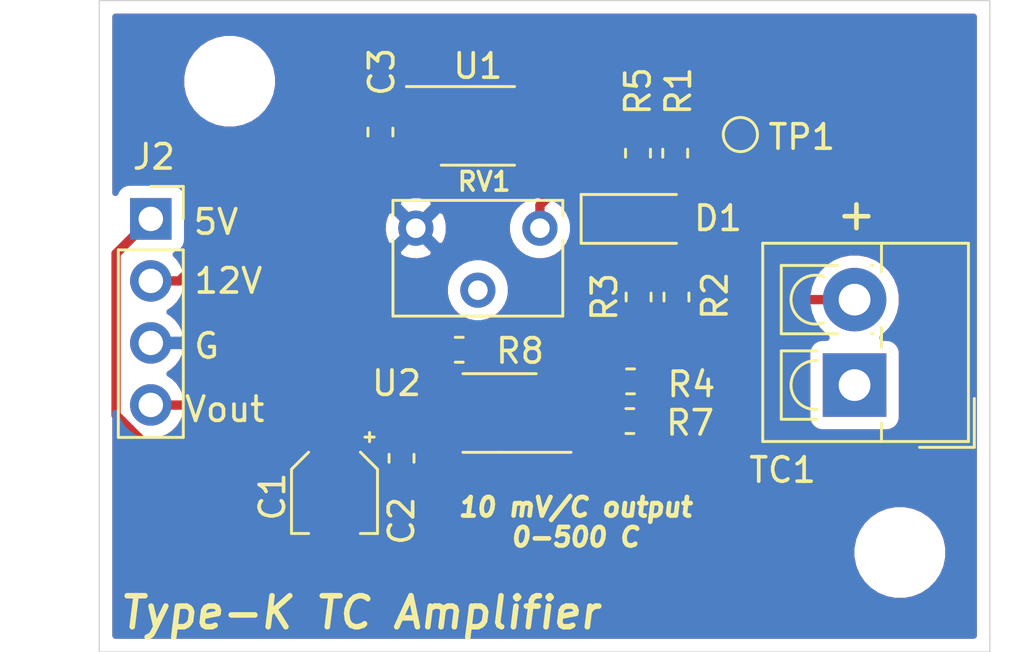
<source format=kicad_pcb>
(kicad_pcb (version 20171130) (host pcbnew 5.1.6-c6e7f7d~87~ubuntu18.04.1)

  (general
    (thickness 1.6)
    (drawings 13)
    (tracks 33)
    (zones 0)
    (modules 19)
    (nets 20)
  )

  (page A4)
  (layers
    (0 F.Cu signal)
    (31 B.Cu signal)
    (32 B.Adhes user)
    (33 F.Adhes user)
    (34 B.Paste user)
    (35 F.Paste user)
    (36 B.SilkS user hide)
    (37 F.SilkS user)
    (38 B.Mask user)
    (39 F.Mask user)
    (40 Dwgs.User user)
    (41 Cmts.User user)
    (42 Eco1.User user)
    (43 Eco2.User user hide)
    (44 Edge.Cuts user)
    (45 Margin user)
    (46 B.CrtYd user)
    (47 F.CrtYd user)
    (48 B.Fab user)
    (49 F.Fab user hide)
  )

  (setup
    (last_trace_width 0.381)
    (user_trace_width 0.254)
    (user_trace_width 0.381)
    (user_trace_width 0.508)
    (user_trace_width 0.635)
    (trace_clearance 0.2)
    (zone_clearance 0.508)
    (zone_45_only no)
    (trace_min 0.2)
    (via_size 0.8)
    (via_drill 0.4)
    (via_min_size 0.4)
    (via_min_drill 0.3)
    (uvia_size 0.3)
    (uvia_drill 0.1)
    (uvias_allowed no)
    (uvia_min_size 0.2)
    (uvia_min_drill 0.1)
    (edge_width 0.05)
    (segment_width 0.2)
    (pcb_text_width 0.3)
    (pcb_text_size 1.5 1.5)
    (mod_edge_width 0.12)
    (mod_text_size 1 1)
    (mod_text_width 0.15)
    (pad_size 1.524 1.524)
    (pad_drill 0.762)
    (pad_to_mask_clearance 0.05)
    (aux_axis_origin 0 0)
    (visible_elements FFFFFF7F)
    (pcbplotparams
      (layerselection 0x010fc_ffffffff)
      (usegerberextensions false)
      (usegerberattributes true)
      (usegerberadvancedattributes true)
      (creategerberjobfile true)
      (excludeedgelayer true)
      (linewidth 0.100000)
      (plotframeref false)
      (viasonmask false)
      (mode 1)
      (useauxorigin false)
      (hpglpennumber 1)
      (hpglpenspeed 20)
      (hpglpendiameter 15.000000)
      (psnegative false)
      (psa4output false)
      (plotreference true)
      (plotvalue true)
      (plotinvisibletext false)
      (padsonsilk false)
      (subtractmaskfromsilk false)
      (outputformat 1)
      (mirror false)
      (drillshape 0)
      (scaleselection 1)
      (outputdirectory "../production/gerbers"))
  )

  (net 0 "")
  (net 1 GND)
  (net 2 "Net-(D1-Pad2)")
  (net 3 /Vout)
  (net 4 "Net-(U1-Pad8)")
  (net 5 "Net-(U2-Pad8)")
  (net 6 +5V)
  (net 7 +12V)
  (net 8 /5.000V)
  (net 9 "Net-(R2-Pad1)")
  (net 10 "Net-(R4-Pad2)")
  (net 11 "Net-(R5-Pad1)")
  (net 12 "Net-(R7-Pad2)")
  (net 13 "Net-(RV1-Pad2)")
  (net 14 "Net-(U1-Pad7)")
  (net 15 "Net-(U1-Pad3)")
  (net 16 "Net-(U1-Pad5)")
  (net 17 "Net-(U1-Pad1)")
  (net 18 "Net-(U2-Pad5)")
  (net 19 "Net-(U2-Pad1)")

  (net_class Default "This is the default net class."
    (clearance 0.2)
    (trace_width 0.25)
    (via_dia 0.8)
    (via_drill 0.4)
    (uvia_dia 0.3)
    (uvia_drill 0.1)
    (add_net +12V)
    (add_net +5V)
    (add_net /5.000V)
    (add_net /Vout)
    (add_net GND)
    (add_net "Net-(D1-Pad2)")
    (add_net "Net-(R2-Pad1)")
    (add_net "Net-(R4-Pad2)")
    (add_net "Net-(R5-Pad1)")
    (add_net "Net-(R7-Pad2)")
    (add_net "Net-(RV1-Pad2)")
    (add_net "Net-(U1-Pad1)")
    (add_net "Net-(U1-Pad3)")
    (add_net "Net-(U1-Pad5)")
    (add_net "Net-(U1-Pad7)")
    (add_net "Net-(U1-Pad8)")
    (add_net "Net-(U2-Pad1)")
    (add_net "Net-(U2-Pad5)")
    (add_net "Net-(U2-Pad8)")
  )

  (module Package_SO:MSOP-8_3x3mm_P0.65mm (layer F.Cu) (tedit 5E509FDD) (tstamp 61AB6000)
    (at 155.448 88.9508)
    (descr "MSOP, 8 Pin (https://www.jedec.org/system/files/docs/mo-187F.pdf variant AA), generated with kicad-footprint-generator ipc_gullwing_generator.py")
    (tags "MSOP SO")
    (path /61BD40D0)
    (attr smd)
    (fp_text reference U1 (at 0 -2.45) (layer F.SilkS)
      (effects (font (size 1 1) (thickness 0.15)))
    )
    (fp_text value ADR425ARMZ (at 0 2.45) (layer F.Fab)
      (effects (font (size 1 1) (thickness 0.15)))
    )
    (fp_text user %R (at 0 0) (layer F.Fab)
      (effects (font (size 0.75 0.75) (thickness 0.11)))
    )
    (fp_line (start 0 1.61) (end 1.5 1.61) (layer F.SilkS) (width 0.12))
    (fp_line (start 0 1.61) (end -1.5 1.61) (layer F.SilkS) (width 0.12))
    (fp_line (start 0 -1.61) (end 1.5 -1.61) (layer F.SilkS) (width 0.12))
    (fp_line (start 0 -1.61) (end -2.925 -1.61) (layer F.SilkS) (width 0.12))
    (fp_line (start -0.75 -1.5) (end 1.5 -1.5) (layer F.Fab) (width 0.1))
    (fp_line (start 1.5 -1.5) (end 1.5 1.5) (layer F.Fab) (width 0.1))
    (fp_line (start 1.5 1.5) (end -1.5 1.5) (layer F.Fab) (width 0.1))
    (fp_line (start -1.5 1.5) (end -1.5 -0.75) (layer F.Fab) (width 0.1))
    (fp_line (start -1.5 -0.75) (end -0.75 -1.5) (layer F.Fab) (width 0.1))
    (fp_line (start -3.18 -1.75) (end -3.18 1.75) (layer F.CrtYd) (width 0.05))
    (fp_line (start -3.18 1.75) (end 3.18 1.75) (layer F.CrtYd) (width 0.05))
    (fp_line (start 3.18 1.75) (end 3.18 -1.75) (layer F.CrtYd) (width 0.05))
    (fp_line (start 3.18 -1.75) (end -3.18 -1.75) (layer F.CrtYd) (width 0.05))
    (pad 8 smd roundrect (at 2.1125 -0.975) (size 1.625 0.4) (layers F.Cu F.Paste F.Mask) (roundrect_rratio 0.25)
      (net 4 "Net-(U1-Pad8)"))
    (pad 7 smd roundrect (at 2.1125 -0.325) (size 1.625 0.4) (layers F.Cu F.Paste F.Mask) (roundrect_rratio 0.25)
      (net 14 "Net-(U1-Pad7)"))
    (pad 6 smd roundrect (at 2.1125 0.325) (size 1.625 0.4) (layers F.Cu F.Paste F.Mask) (roundrect_rratio 0.25)
      (net 8 /5.000V))
    (pad 5 smd roundrect (at 2.1125 0.975) (size 1.625 0.4) (layers F.Cu F.Paste F.Mask) (roundrect_rratio 0.25)
      (net 16 "Net-(U1-Pad5)"))
    (pad 4 smd roundrect (at -2.1125 0.975) (size 1.625 0.4) (layers F.Cu F.Paste F.Mask) (roundrect_rratio 0.25)
      (net 1 GND))
    (pad 3 smd roundrect (at -2.1125 0.325) (size 1.625 0.4) (layers F.Cu F.Paste F.Mask) (roundrect_rratio 0.25)
      (net 15 "Net-(U1-Pad3)"))
    (pad 2 smd roundrect (at -2.1125 -0.325) (size 1.625 0.4) (layers F.Cu F.Paste F.Mask) (roundrect_rratio 0.25)
      (net 7 +12V))
    (pad 1 smd roundrect (at -2.1125 -0.975) (size 1.625 0.4) (layers F.Cu F.Paste F.Mask) (roundrect_rratio 0.25)
      (net 17 "Net-(U1-Pad1)"))
    (model ${KISYS3DMOD}/Package_SO.3dshapes/MSOP-8_3x3mm_P0.65mm.wrl
      (at (xyz 0 0 0))
      (scale (xyz 1 1 1))
      (rotate (xyz 0 0 0))
    )
  )

  (module Package_SO:MSOP-8_3x3mm_P0.65mm (layer F.Cu) (tedit 5E509FDD) (tstamp 61AB575C)
    (at 156.337 100.711 180)
    (descr "MSOP, 8 Pin (https://www.jedec.org/system/files/docs/mo-187F.pdf variant AA), generated with kicad-footprint-generator ipc_gullwing_generator.py")
    (tags "MSOP SO")
    (path /61ABEE77)
    (attr smd)
    (fp_text reference U2 (at 4.2164 1.2192) (layer F.SilkS)
      (effects (font (size 1 1) (thickness 0.15)))
    )
    (fp_text value AD8551RM (at 0 2.45) (layer F.Fab)
      (effects (font (size 1 1) (thickness 0.15)))
    )
    (fp_text user %R (at 0 0) (layer F.Fab)
      (effects (font (size 0.75 0.75) (thickness 0.11)))
    )
    (fp_line (start 0 1.61) (end 1.5 1.61) (layer F.SilkS) (width 0.12))
    (fp_line (start 0 1.61) (end -1.5 1.61) (layer F.SilkS) (width 0.12))
    (fp_line (start 0 -1.61) (end 1.5 -1.61) (layer F.SilkS) (width 0.12))
    (fp_line (start 0 -1.61) (end -2.925 -1.61) (layer F.SilkS) (width 0.12))
    (fp_line (start -0.75 -1.5) (end 1.5 -1.5) (layer F.Fab) (width 0.1))
    (fp_line (start 1.5 -1.5) (end 1.5 1.5) (layer F.Fab) (width 0.1))
    (fp_line (start 1.5 1.5) (end -1.5 1.5) (layer F.Fab) (width 0.1))
    (fp_line (start -1.5 1.5) (end -1.5 -0.75) (layer F.Fab) (width 0.1))
    (fp_line (start -1.5 -0.75) (end -0.75 -1.5) (layer F.Fab) (width 0.1))
    (fp_line (start -3.18 -1.75) (end -3.18 1.75) (layer F.CrtYd) (width 0.05))
    (fp_line (start -3.18 1.75) (end 3.18 1.75) (layer F.CrtYd) (width 0.05))
    (fp_line (start 3.18 1.75) (end 3.18 -1.75) (layer F.CrtYd) (width 0.05))
    (fp_line (start 3.18 -1.75) (end -3.18 -1.75) (layer F.CrtYd) (width 0.05))
    (pad 8 smd roundrect (at 2.1125 -0.975 180) (size 1.625 0.4) (layers F.Cu F.Paste F.Mask) (roundrect_rratio 0.25)
      (net 5 "Net-(U2-Pad8)"))
    (pad 7 smd roundrect (at 2.1125 -0.325 180) (size 1.625 0.4) (layers F.Cu F.Paste F.Mask) (roundrect_rratio 0.25)
      (net 6 +5V))
    (pad 6 smd roundrect (at 2.1125 0.325 180) (size 1.625 0.4) (layers F.Cu F.Paste F.Mask) (roundrect_rratio 0.25)
      (net 3 /Vout))
    (pad 5 smd roundrect (at 2.1125 0.975 180) (size 1.625 0.4) (layers F.Cu F.Paste F.Mask) (roundrect_rratio 0.25)
      (net 18 "Net-(U2-Pad5)"))
    (pad 4 smd roundrect (at -2.1125 0.975 180) (size 1.625 0.4) (layers F.Cu F.Paste F.Mask) (roundrect_rratio 0.25)
      (net 1 GND))
    (pad 3 smd roundrect (at -2.1125 0.325 180) (size 1.625 0.4) (layers F.Cu F.Paste F.Mask) (roundrect_rratio 0.25)
      (net 13 "Net-(RV1-Pad2)"))
    (pad 2 smd roundrect (at -2.1125 -0.325 180) (size 1.625 0.4) (layers F.Cu F.Paste F.Mask) (roundrect_rratio 0.25)
      (net 12 "Net-(R7-Pad2)"))
    (pad 1 smd roundrect (at -2.1125 -0.975 180) (size 1.625 0.4) (layers F.Cu F.Paste F.Mask) (roundrect_rratio 0.25)
      (net 19 "Net-(U2-Pad1)"))
    (model ${KISYS3DMOD}/Package_SO.3dshapes/MSOP-8_3x3mm_P0.65mm.wrl
      (at (xyz 0 0 0))
      (scale (xyz 1 1 1))
      (rotate (xyz 0 0 0))
    )
  )

  (module TestPoint:TestPoint_Pad_D1.0mm (layer F.Cu) (tedit 5A0F774F) (tstamp 61AB5726)
    (at 166.1922 89.3064)
    (descr "SMD pad as test Point, diameter 1.0mm")
    (tags "test point SMD pad")
    (path /61BC08ED)
    (attr virtual)
    (fp_text reference TP1 (at 2.5146 0.1016) (layer F.SilkS)
      (effects (font (size 1 1) (thickness 0.15)))
    )
    (fp_text value TestPoint (at 0 1.55) (layer F.Fab)
      (effects (font (size 1 1) (thickness 0.15)))
    )
    (fp_text user %R (at 0 -1.45) (layer F.Fab)
      (effects (font (size 1 1) (thickness 0.15)))
    )
    (fp_circle (center 0 0) (end 1 0) (layer F.CrtYd) (width 0.05))
    (fp_circle (center 0 0) (end 0 0.7) (layer F.SilkS) (width 0.12))
    (pad 1 smd circle (at 0 0) (size 1 1) (layers F.Cu F.Mask)
      (net 8 /5.000V))
  )

  (module TerminalBlock_4Ucon:TerminalBlock_4Ucon_1x02_P3.50mm_Vertical (layer F.Cu) (tedit 5B294E7F) (tstamp 61AB571E)
    (at 170.8658 99.568 90)
    (descr "Terminal Block 4Ucon ItemNo. 10693, vertical (cable from top), 2 pins, pitch 3.5mm, size 8x8.3mm^2, drill diamater 1.3mm, pad diameter 2.6mm, see http://www.4uconnector.com/online/object/4udrawing/10693.pdf, script-generated with , script-generated using https://github.com/pointhi/kicad-footprint-generator/scripts/TerminalBlock_4Ucon")
    (tags "THT Terminal Block 4Ucon ItemNo. 10693 vertical pitch 3.5mm size 8x8.3mm^2 drill 1.3mm pad 2.6mm")
    (path /61AE4C81)
    (fp_text reference TC1 (at -3.4798 -2.9464 180) (layer F.SilkS)
      (effects (font (size 1 1) (thickness 0.15)))
    )
    (fp_text value Thermocouple_Block (at 1.75 5.66 90) (layer F.Fab)
      (effects (font (size 1 1) (thickness 0.15)))
    )
    (fp_text user %R (at 1.75 3.45 90) (layer F.Fab)
      (effects (font (size 1 1) (thickness 0.15)))
    )
    (fp_arc (start 3.5 -1.6) (end 4.44 -1.258) (angle -220) (layer F.SilkS) (width 0.12))
    (fp_arc (start 0 -1.6) (end 0.998 -1.531) (angle -188) (layer F.SilkS) (width 0.12))
    (fp_circle (center 0 -1.6) (end 1 -1.6) (layer F.Fab) (width 0.1))
    (fp_circle (center 3.5 -1.6) (end 4.5 -1.6) (layer F.Fab) (width 0.1))
    (fp_line (start -2.25 -3.7) (end 5.75 -3.7) (layer F.Fab) (width 0.1))
    (fp_line (start 5.75 -3.7) (end 5.75 4.6) (layer F.Fab) (width 0.1))
    (fp_line (start 5.75 4.6) (end -0.25 4.6) (layer F.Fab) (width 0.1))
    (fp_line (start -0.25 4.6) (end -2.25 2.6) (layer F.Fab) (width 0.1))
    (fp_line (start -2.25 2.6) (end -2.25 -3.7) (layer F.Fab) (width 0.1))
    (fp_line (start -2.25 1.1) (end 5.75 1.1) (layer F.Fab) (width 0.1))
    (fp_line (start -2.31 1.101) (end -1.54 1.101) (layer F.SilkS) (width 0.12))
    (fp_line (start 1.54 1.101) (end 2.367 1.101) (layer F.SilkS) (width 0.12))
    (fp_line (start 4.634 1.101) (end 5.81 1.101) (layer F.SilkS) (width 0.12))
    (fp_line (start -2.31 -3.76) (end 5.81 -3.76) (layer F.SilkS) (width 0.12))
    (fp_line (start -2.31 4.66) (end 5.81 4.66) (layer F.SilkS) (width 0.12))
    (fp_line (start -2.31 -3.76) (end -2.31 4.66) (layer F.SilkS) (width 0.12))
    (fp_line (start 5.81 -3.76) (end 5.81 4.66) (layer F.SilkS) (width 0.12))
    (fp_line (start -1.4 -3) (end 1.4 -3) (layer F.SilkS) (width 0.12))
    (fp_line (start -1.4 -3) (end -1.4 -1.54) (layer F.SilkS) (width 0.12))
    (fp_line (start 1.4 -3) (end 1.4 -1.54) (layer F.SilkS) (width 0.12))
    (fp_line (start -1.4 -3) (end -1.4 0.75) (layer F.Fab) (width 0.1))
    (fp_line (start -1.4 0.75) (end 1.4 0.75) (layer F.Fab) (width 0.1))
    (fp_line (start 1.4 0.75) (end 1.4 -3) (layer F.Fab) (width 0.1))
    (fp_line (start 1.4 -3) (end -1.4 -3) (layer F.Fab) (width 0.1))
    (fp_line (start 2.1 -3) (end 4.9 -3) (layer F.SilkS) (width 0.12))
    (fp_line (start 2.1 0.75) (end 2.101 0.75) (layer F.SilkS) (width 0.12))
    (fp_line (start 4.9 0.75) (end 4.9 0.75) (layer F.SilkS) (width 0.12))
    (fp_line (start 2.1 -3) (end 2.1 -0.689) (layer F.SilkS) (width 0.12))
    (fp_line (start 2.1 0.689) (end 2.1 0.75) (layer F.SilkS) (width 0.12))
    (fp_line (start 4.9 -3) (end 4.9 -0.689) (layer F.SilkS) (width 0.12))
    (fp_line (start 4.9 0.689) (end 4.9 0.75) (layer F.SilkS) (width 0.12))
    (fp_line (start 2.1 -3) (end 2.1 0.75) (layer F.Fab) (width 0.1))
    (fp_line (start 2.1 0.75) (end 4.9 0.75) (layer F.Fab) (width 0.1))
    (fp_line (start 4.9 0.75) (end 4.9 -3) (layer F.Fab) (width 0.1))
    (fp_line (start 4.9 -3) (end 2.1 -3) (layer F.Fab) (width 0.1))
    (fp_line (start -2.55 2.66) (end -2.55 4.9) (layer F.SilkS) (width 0.12))
    (fp_line (start -2.55 4.9) (end -0.55 4.9) (layer F.SilkS) (width 0.12))
    (fp_line (start -2.75 -4.2) (end -2.75 5.11) (layer F.CrtYd) (width 0.05))
    (fp_line (start -2.75 5.11) (end 6.25 5.11) (layer F.CrtYd) (width 0.05))
    (fp_line (start 6.25 5.11) (end 6.25 -4.2) (layer F.CrtYd) (width 0.05))
    (fp_line (start 6.25 -4.2) (end -2.75 -4.2) (layer F.CrtYd) (width 0.05))
    (pad 2 thru_hole circle (at 3.5 0 90) (size 2.6 2.6) (drill 1.3) (layers *.Cu *.Mask)
      (net 9 "Net-(R2-Pad1)"))
    (pad 1 thru_hole rect (at 0 0 90) (size 2.6 2.6) (drill 1.3) (layers *.Cu *.Mask)
      (net 10 "Net-(R4-Pad2)"))
    (model ${KISYS3DMOD}/TerminalBlock_4Ucon.3dshapes/TerminalBlock_4Ucon_1x02_P3.50mm_Vertical.wrl
      (at (xyz 0 0 0))
      (scale (xyz 1 1 1))
      (rotate (xyz 0 0 0))
    )
  )

  (module Resistor_SMD:R_0603_1608Metric (layer F.Cu) (tedit 5B301BBD) (tstamp 61AB56D6)
    (at 154.686 98.1202 180)
    (descr "Resistor SMD 0603 (1608 Metric), square (rectangular) end terminal, IPC_7351 nominal, (Body size source: http://www.tortai-tech.com/upload/download/2011102023233369053.pdf), generated with kicad-footprint-generator")
    (tags resistor)
    (path /61AEDDC3)
    (attr smd)
    (fp_text reference R8 (at -2.4892 -0.0508) (layer F.SilkS)
      (effects (font (size 1 1) (thickness 0.15)))
    )
    (fp_text value 124K (at 0 1.43) (layer F.Fab)
      (effects (font (size 1 1) (thickness 0.15)))
    )
    (fp_text user %R (at 0 0) (layer F.Fab)
      (effects (font (size 0.4 0.4) (thickness 0.06)))
    )
    (fp_line (start -0.8 0.4) (end -0.8 -0.4) (layer F.Fab) (width 0.1))
    (fp_line (start -0.8 -0.4) (end 0.8 -0.4) (layer F.Fab) (width 0.1))
    (fp_line (start 0.8 -0.4) (end 0.8 0.4) (layer F.Fab) (width 0.1))
    (fp_line (start 0.8 0.4) (end -0.8 0.4) (layer F.Fab) (width 0.1))
    (fp_line (start -0.162779 -0.51) (end 0.162779 -0.51) (layer F.SilkS) (width 0.12))
    (fp_line (start -0.162779 0.51) (end 0.162779 0.51) (layer F.SilkS) (width 0.12))
    (fp_line (start -1.48 0.73) (end -1.48 -0.73) (layer F.CrtYd) (width 0.05))
    (fp_line (start -1.48 -0.73) (end 1.48 -0.73) (layer F.CrtYd) (width 0.05))
    (fp_line (start 1.48 -0.73) (end 1.48 0.73) (layer F.CrtYd) (width 0.05))
    (fp_line (start 1.48 0.73) (end -1.48 0.73) (layer F.CrtYd) (width 0.05))
    (pad 2 smd roundrect (at 0.7875 0 180) (size 0.875 0.95) (layers F.Cu F.Paste F.Mask) (roundrect_rratio 0.25)
      (net 3 /Vout))
    (pad 1 smd roundrect (at -0.7875 0 180) (size 0.875 0.95) (layers F.Cu F.Paste F.Mask) (roundrect_rratio 0.25)
      (net 12 "Net-(R7-Pad2)"))
    (model ${KISYS3DMOD}/Resistor_SMD.3dshapes/R_0603_1608Metric.wrl
      (at (xyz 0 0 0))
      (scale (xyz 1 1 1))
      (rotate (xyz 0 0 0))
    )
  )

  (module Resistor_SMD:R_0603_1608Metric (layer F.Cu) (tedit 5B301BBD) (tstamp 61AB56C5)
    (at 161.671 101.0412 180)
    (descr "Resistor SMD 0603 (1608 Metric), square (rectangular) end terminal, IPC_7351 nominal, (Body size source: http://www.tortai-tech.com/upload/download/2011102023233369053.pdf), generated with kicad-footprint-generator")
    (tags resistor)
    (path /61AEE2D7)
    (attr smd)
    (fp_text reference R7 (at -2.4638 -0.0762) (layer F.SilkS)
      (effects (font (size 1 1) (thickness 0.15)))
    )
    (fp_text value 453R (at 0 1.43) (layer F.Fab)
      (effects (font (size 1 1) (thickness 0.15)))
    )
    (fp_text user %R (at 0 0) (layer F.Fab)
      (effects (font (size 0.4 0.4) (thickness 0.06)))
    )
    (fp_line (start -0.8 0.4) (end -0.8 -0.4) (layer F.Fab) (width 0.1))
    (fp_line (start -0.8 -0.4) (end 0.8 -0.4) (layer F.Fab) (width 0.1))
    (fp_line (start 0.8 -0.4) (end 0.8 0.4) (layer F.Fab) (width 0.1))
    (fp_line (start 0.8 0.4) (end -0.8 0.4) (layer F.Fab) (width 0.1))
    (fp_line (start -0.162779 -0.51) (end 0.162779 -0.51) (layer F.SilkS) (width 0.12))
    (fp_line (start -0.162779 0.51) (end 0.162779 0.51) (layer F.SilkS) (width 0.12))
    (fp_line (start -1.48 0.73) (end -1.48 -0.73) (layer F.CrtYd) (width 0.05))
    (fp_line (start -1.48 -0.73) (end 1.48 -0.73) (layer F.CrtYd) (width 0.05))
    (fp_line (start 1.48 -0.73) (end 1.48 0.73) (layer F.CrtYd) (width 0.05))
    (fp_line (start 1.48 0.73) (end -1.48 0.73) (layer F.CrtYd) (width 0.05))
    (pad 2 smd roundrect (at 0.7875 0 180) (size 0.875 0.95) (layers F.Cu F.Paste F.Mask) (roundrect_rratio 0.25)
      (net 12 "Net-(R7-Pad2)"))
    (pad 1 smd roundrect (at -0.7875 0 180) (size 0.875 0.95) (layers F.Cu F.Paste F.Mask) (roundrect_rratio 0.25)
      (net 10 "Net-(R4-Pad2)"))
    (model ${KISYS3DMOD}/Resistor_SMD.3dshapes/R_0603_1608Metric.wrl
      (at (xyz 0 0 0))
      (scale (xyz 1 1 1))
      (rotate (xyz 0 0 0))
    )
  )

  (module Resistor_SMD:R_0603_1608Metric (layer F.Cu) (tedit 5B301BBD) (tstamp 61AB56B4)
    (at 162.0012 90.0684 90)
    (descr "Resistor SMD 0603 (1608 Metric), square (rectangular) end terminal, IPC_7351 nominal, (Body size source: http://www.tortai-tech.com/upload/download/2011102023233369053.pdf), generated with kicad-footprint-generator")
    (tags resistor)
    (path /61AEA04A)
    (attr smd)
    (fp_text reference R5 (at 2.54 0 90) (layer F.SilkS)
      (effects (font (size 1 1) (thickness 0.15)))
    )
    (fp_text value 40.2K (at 0 1.43 90) (layer F.Fab)
      (effects (font (size 1 1) (thickness 0.15)))
    )
    (fp_text user %R (at 0 0 90) (layer F.Fab)
      (effects (font (size 0.4 0.4) (thickness 0.06)))
    )
    (fp_line (start -0.8 0.4) (end -0.8 -0.4) (layer F.Fab) (width 0.1))
    (fp_line (start -0.8 -0.4) (end 0.8 -0.4) (layer F.Fab) (width 0.1))
    (fp_line (start 0.8 -0.4) (end 0.8 0.4) (layer F.Fab) (width 0.1))
    (fp_line (start 0.8 0.4) (end -0.8 0.4) (layer F.Fab) (width 0.1))
    (fp_line (start -0.162779 -0.51) (end 0.162779 -0.51) (layer F.SilkS) (width 0.12))
    (fp_line (start -0.162779 0.51) (end 0.162779 0.51) (layer F.SilkS) (width 0.12))
    (fp_line (start -1.48 0.73) (end -1.48 -0.73) (layer F.CrtYd) (width 0.05))
    (fp_line (start -1.48 -0.73) (end 1.48 -0.73) (layer F.CrtYd) (width 0.05))
    (fp_line (start 1.48 -0.73) (end 1.48 0.73) (layer F.CrtYd) (width 0.05))
    (fp_line (start 1.48 0.73) (end -1.48 0.73) (layer F.CrtYd) (width 0.05))
    (pad 2 smd roundrect (at 0.7875 0 90) (size 0.875 0.95) (layers F.Cu F.Paste F.Mask) (roundrect_rratio 0.25)
      (net 8 /5.000V))
    (pad 1 smd roundrect (at -0.7875 0 90) (size 0.875 0.95) (layers F.Cu F.Paste F.Mask) (roundrect_rratio 0.25)
      (net 11 "Net-(R5-Pad1)"))
    (model ${KISYS3DMOD}/Resistor_SMD.3dshapes/R_0603_1608Metric.wrl
      (at (xyz 0 0 0))
      (scale (xyz 1 1 1))
      (rotate (xyz 0 0 0))
    )
  )

  (module Resistor_SMD:R_0603_1608Metric (layer F.Cu) (tedit 5B301BBD) (tstamp 61AB56A3)
    (at 161.6964 99.4156)
    (descr "Resistor SMD 0603 (1608 Metric), square (rectangular) end terminal, IPC_7351 nominal, (Body size source: http://www.tortai-tech.com/upload/download/2011102023233369053.pdf), generated with kicad-footprint-generator")
    (tags resistor)
    (path /61B0AB8F)
    (attr smd)
    (fp_text reference R4 (at 2.4892 0.127) (layer F.SilkS)
      (effects (font (size 1 1) (thickness 0.15)))
    )
    (fp_text value 5.62K (at 0 1.43) (layer F.Fab)
      (effects (font (size 1 1) (thickness 0.15)))
    )
    (fp_text user %R (at 0 0) (layer F.Fab)
      (effects (font (size 0.4 0.4) (thickness 0.06)))
    )
    (fp_line (start -0.8 0.4) (end -0.8 -0.4) (layer F.Fab) (width 0.1))
    (fp_line (start -0.8 -0.4) (end 0.8 -0.4) (layer F.Fab) (width 0.1))
    (fp_line (start 0.8 -0.4) (end 0.8 0.4) (layer F.Fab) (width 0.1))
    (fp_line (start 0.8 0.4) (end -0.8 0.4) (layer F.Fab) (width 0.1))
    (fp_line (start -0.162779 -0.51) (end 0.162779 -0.51) (layer F.SilkS) (width 0.12))
    (fp_line (start -0.162779 0.51) (end 0.162779 0.51) (layer F.SilkS) (width 0.12))
    (fp_line (start -1.48 0.73) (end -1.48 -0.73) (layer F.CrtYd) (width 0.05))
    (fp_line (start -1.48 -0.73) (end 1.48 -0.73) (layer F.CrtYd) (width 0.05))
    (fp_line (start 1.48 -0.73) (end 1.48 0.73) (layer F.CrtYd) (width 0.05))
    (fp_line (start 1.48 0.73) (end -1.48 0.73) (layer F.CrtYd) (width 0.05))
    (pad 2 smd roundrect (at 0.7875 0) (size 0.875 0.95) (layers F.Cu F.Paste F.Mask) (roundrect_rratio 0.25)
      (net 10 "Net-(R4-Pad2)"))
    (pad 1 smd roundrect (at -0.7875 0) (size 0.875 0.95) (layers F.Cu F.Paste F.Mask) (roundrect_rratio 0.25)
      (net 1 GND))
    (model ${KISYS3DMOD}/Resistor_SMD.3dshapes/R_0603_1608Metric.wrl
      (at (xyz 0 0 0))
      (scale (xyz 1 1 1))
      (rotate (xyz 0 0 0))
    )
  )

  (module Resistor_SMD:R_0603_1608Metric (layer F.Cu) (tedit 5B301BBD) (tstamp 61AB5692)
    (at 162.0266 95.9612 270)
    (descr "Resistor SMD 0603 (1608 Metric), square (rectangular) end terminal, IPC_7351 nominal, (Body size source: http://www.tortai-tech.com/upload/download/2011102023233369053.pdf), generated with kicad-footprint-generator")
    (tags resistor)
    (path /61AFC2B5)
    (attr smd)
    (fp_text reference R3 (at 0 1.397 90) (layer F.SilkS)
      (effects (font (size 1 1) (thickness 0.15)))
    )
    (fp_text value 53.6 (at 0 1.43 90) (layer F.Fab)
      (effects (font (size 1 1) (thickness 0.15)))
    )
    (fp_text user %R (at 0 0 90) (layer F.Fab)
      (effects (font (size 0.4 0.4) (thickness 0.06)))
    )
    (fp_line (start -0.8 0.4) (end -0.8 -0.4) (layer F.Fab) (width 0.1))
    (fp_line (start -0.8 -0.4) (end 0.8 -0.4) (layer F.Fab) (width 0.1))
    (fp_line (start 0.8 -0.4) (end 0.8 0.4) (layer F.Fab) (width 0.1))
    (fp_line (start 0.8 0.4) (end -0.8 0.4) (layer F.Fab) (width 0.1))
    (fp_line (start -0.162779 -0.51) (end 0.162779 -0.51) (layer F.SilkS) (width 0.12))
    (fp_line (start -0.162779 0.51) (end 0.162779 0.51) (layer F.SilkS) (width 0.12))
    (fp_line (start -1.48 0.73) (end -1.48 -0.73) (layer F.CrtYd) (width 0.05))
    (fp_line (start -1.48 -0.73) (end 1.48 -0.73) (layer F.CrtYd) (width 0.05))
    (fp_line (start 1.48 -0.73) (end 1.48 0.73) (layer F.CrtYd) (width 0.05))
    (fp_line (start 1.48 0.73) (end -1.48 0.73) (layer F.CrtYd) (width 0.05))
    (pad 2 smd roundrect (at 0.7875 0 270) (size 0.875 0.95) (layers F.Cu F.Paste F.Mask) (roundrect_rratio 0.25)
      (net 9 "Net-(R2-Pad1)"))
    (pad 1 smd roundrect (at -0.7875 0 270) (size 0.875 0.95) (layers F.Cu F.Paste F.Mask) (roundrect_rratio 0.25)
      (net 1 GND))
    (model ${KISYS3DMOD}/Resistor_SMD.3dshapes/R_0603_1608Metric.wrl
      (at (xyz 0 0 0))
      (scale (xyz 1 1 1))
      (rotate (xyz 0 0 0))
    )
  )

  (module Resistor_SMD:R_0603_1608Metric (layer F.Cu) (tedit 5B301BBD) (tstamp 61AB5681)
    (at 163.576 95.9612 90)
    (descr "Resistor SMD 0603 (1608 Metric), square (rectangular) end terminal, IPC_7351 nominal, (Body size source: http://www.tortai-tech.com/upload/download/2011102023233369053.pdf), generated with kicad-footprint-generator")
    (tags resistor)
    (path /61AFBCD7)
    (attr smd)
    (fp_text reference R2 (at 0.0508 1.5748 90) (layer F.SilkS)
      (effects (font (size 1 1) (thickness 0.15)))
    )
    (fp_text value 2.74K (at 0 1.43 90) (layer F.Fab)
      (effects (font (size 1 1) (thickness 0.15)))
    )
    (fp_text user %R (at 0 0 90) (layer F.Fab)
      (effects (font (size 0.4 0.4) (thickness 0.06)))
    )
    (fp_line (start -0.8 0.4) (end -0.8 -0.4) (layer F.Fab) (width 0.1))
    (fp_line (start -0.8 -0.4) (end 0.8 -0.4) (layer F.Fab) (width 0.1))
    (fp_line (start 0.8 -0.4) (end 0.8 0.4) (layer F.Fab) (width 0.1))
    (fp_line (start 0.8 0.4) (end -0.8 0.4) (layer F.Fab) (width 0.1))
    (fp_line (start -0.162779 -0.51) (end 0.162779 -0.51) (layer F.SilkS) (width 0.12))
    (fp_line (start -0.162779 0.51) (end 0.162779 0.51) (layer F.SilkS) (width 0.12))
    (fp_line (start -1.48 0.73) (end -1.48 -0.73) (layer F.CrtYd) (width 0.05))
    (fp_line (start -1.48 -0.73) (end 1.48 -0.73) (layer F.CrtYd) (width 0.05))
    (fp_line (start 1.48 -0.73) (end 1.48 0.73) (layer F.CrtYd) (width 0.05))
    (fp_line (start 1.48 0.73) (end -1.48 0.73) (layer F.CrtYd) (width 0.05))
    (pad 2 smd roundrect (at 0.7875 0 90) (size 0.875 0.95) (layers F.Cu F.Paste F.Mask) (roundrect_rratio 0.25)
      (net 2 "Net-(D1-Pad2)"))
    (pad 1 smd roundrect (at -0.7875 0 90) (size 0.875 0.95) (layers F.Cu F.Paste F.Mask) (roundrect_rratio 0.25)
      (net 9 "Net-(R2-Pad1)"))
    (model ${KISYS3DMOD}/Resistor_SMD.3dshapes/R_0603_1608Metric.wrl
      (at (xyz 0 0 0))
      (scale (xyz 1 1 1))
      (rotate (xyz 0 0 0))
    )
  )

  (module Resistor_SMD:R_0603_1608Metric (layer F.Cu) (tedit 5B301BBD) (tstamp 61AB5670)
    (at 163.5252 90.0684 90)
    (descr "Resistor SMD 0603 (1608 Metric), square (rectangular) end terminal, IPC_7351 nominal, (Body size source: http://www.tortai-tech.com/upload/download/2011102023233369053.pdf), generated with kicad-footprint-generator")
    (tags resistor)
    (path /61AE9AB3)
    (attr smd)
    (fp_text reference R1 (at 2.54 0.127 90) (layer F.SilkS)
      (effects (font (size 1 1) (thickness 0.15)))
    )
    (fp_text value 10.7K (at 0 1.43 90) (layer F.Fab)
      (effects (font (size 1 1) (thickness 0.15)))
    )
    (fp_text user %R (at 0 0 90) (layer F.Fab)
      (effects (font (size 0.4 0.4) (thickness 0.06)))
    )
    (fp_line (start -0.8 0.4) (end -0.8 -0.4) (layer F.Fab) (width 0.1))
    (fp_line (start -0.8 -0.4) (end 0.8 -0.4) (layer F.Fab) (width 0.1))
    (fp_line (start 0.8 -0.4) (end 0.8 0.4) (layer F.Fab) (width 0.1))
    (fp_line (start 0.8 0.4) (end -0.8 0.4) (layer F.Fab) (width 0.1))
    (fp_line (start -0.162779 -0.51) (end 0.162779 -0.51) (layer F.SilkS) (width 0.12))
    (fp_line (start -0.162779 0.51) (end 0.162779 0.51) (layer F.SilkS) (width 0.12))
    (fp_line (start -1.48 0.73) (end -1.48 -0.73) (layer F.CrtYd) (width 0.05))
    (fp_line (start -1.48 -0.73) (end 1.48 -0.73) (layer F.CrtYd) (width 0.05))
    (fp_line (start 1.48 -0.73) (end 1.48 0.73) (layer F.CrtYd) (width 0.05))
    (fp_line (start 1.48 0.73) (end -1.48 0.73) (layer F.CrtYd) (width 0.05))
    (pad 2 smd roundrect (at 0.7875 0 90) (size 0.875 0.95) (layers F.Cu F.Paste F.Mask) (roundrect_rratio 0.25)
      (net 8 /5.000V))
    (pad 1 smd roundrect (at -0.7875 0 90) (size 0.875 0.95) (layers F.Cu F.Paste F.Mask) (roundrect_rratio 0.25)
      (net 2 "Net-(D1-Pad2)"))
    (model ${KISYS3DMOD}/Resistor_SMD.3dshapes/R_0603_1608Metric.wrl
      (at (xyz 0 0 0))
      (scale (xyz 1 1 1))
      (rotate (xyz 0 0 0))
    )
  )

  (module Diode_SMD:D_SOD-123 (layer F.Cu) (tedit 58645DC7) (tstamp 61AB5615)
    (at 161.925 92.7608)
    (descr SOD-123)
    (tags SOD-123)
    (path /61ADE221)
    (attr smd)
    (fp_text reference D1 (at 3.3528 -0.0254) (layer F.SilkS)
      (effects (font (size 1 1) (thickness 0.15)))
    )
    (fp_text value 1N4148W (at 0 2.1) (layer F.Fab)
      (effects (font (size 1 1) (thickness 0.15)))
    )
    (fp_text user %R (at 0 -2) (layer F.Fab)
      (effects (font (size 1 1) (thickness 0.15)))
    )
    (fp_line (start -2.25 -1) (end -2.25 1) (layer F.SilkS) (width 0.12))
    (fp_line (start 0.25 0) (end 0.75 0) (layer F.Fab) (width 0.1))
    (fp_line (start 0.25 0.4) (end -0.35 0) (layer F.Fab) (width 0.1))
    (fp_line (start 0.25 -0.4) (end 0.25 0.4) (layer F.Fab) (width 0.1))
    (fp_line (start -0.35 0) (end 0.25 -0.4) (layer F.Fab) (width 0.1))
    (fp_line (start -0.35 0) (end -0.35 0.55) (layer F.Fab) (width 0.1))
    (fp_line (start -0.35 0) (end -0.35 -0.55) (layer F.Fab) (width 0.1))
    (fp_line (start -0.75 0) (end -0.35 0) (layer F.Fab) (width 0.1))
    (fp_line (start -1.4 0.9) (end -1.4 -0.9) (layer F.Fab) (width 0.1))
    (fp_line (start 1.4 0.9) (end -1.4 0.9) (layer F.Fab) (width 0.1))
    (fp_line (start 1.4 -0.9) (end 1.4 0.9) (layer F.Fab) (width 0.1))
    (fp_line (start -1.4 -0.9) (end 1.4 -0.9) (layer F.Fab) (width 0.1))
    (fp_line (start -2.35 -1.15) (end 2.35 -1.15) (layer F.CrtYd) (width 0.05))
    (fp_line (start 2.35 -1.15) (end 2.35 1.15) (layer F.CrtYd) (width 0.05))
    (fp_line (start 2.35 1.15) (end -2.35 1.15) (layer F.CrtYd) (width 0.05))
    (fp_line (start -2.35 -1.15) (end -2.35 1.15) (layer F.CrtYd) (width 0.05))
    (fp_line (start -2.25 1) (end 1.65 1) (layer F.SilkS) (width 0.12))
    (fp_line (start -2.25 -1) (end 1.65 -1) (layer F.SilkS) (width 0.12))
    (pad 2 smd rect (at 1.65 0) (size 0.9 1.2) (layers F.Cu F.Paste F.Mask)
      (net 2 "Net-(D1-Pad2)"))
    (pad 1 smd rect (at -1.65 0) (size 0.9 1.2) (layers F.Cu F.Paste F.Mask)
      (net 1 GND))
    (model ${KISYS3DMOD}/Diode_SMD.3dshapes/D_SOD-123.wrl
      (at (xyz 0 0 0))
      (scale (xyz 1 1 1))
      (rotate (xyz 0 0 0))
    )
  )

  (module Capacitor_SMD:C_0603_1608Metric (layer F.Cu) (tedit 5B301BBE) (tstamp 61AB55EC)
    (at 152.3238 102.5652 90)
    (descr "Capacitor SMD 0603 (1608 Metric), square (rectangular) end terminal, IPC_7351 nominal, (Body size source: http://www.tortai-tech.com/upload/download/2011102023233369053.pdf), generated with kicad-footprint-generator")
    (tags capacitor)
    (path /61B1DCDA)
    (attr smd)
    (fp_text reference C2 (at -2.5655 0 90) (layer F.SilkS)
      (effects (font (size 1 1) (thickness 0.15)))
    )
    (fp_text value 100nF (at 0 1.43 90) (layer F.Fab)
      (effects (font (size 1 1) (thickness 0.15)))
    )
    (fp_text user %R (at 0 0 90) (layer F.Fab)
      (effects (font (size 0.4 0.4) (thickness 0.06)))
    )
    (fp_line (start -0.8 0.4) (end -0.8 -0.4) (layer F.Fab) (width 0.1))
    (fp_line (start -0.8 -0.4) (end 0.8 -0.4) (layer F.Fab) (width 0.1))
    (fp_line (start 0.8 -0.4) (end 0.8 0.4) (layer F.Fab) (width 0.1))
    (fp_line (start 0.8 0.4) (end -0.8 0.4) (layer F.Fab) (width 0.1))
    (fp_line (start -0.162779 -0.51) (end 0.162779 -0.51) (layer F.SilkS) (width 0.12))
    (fp_line (start -0.162779 0.51) (end 0.162779 0.51) (layer F.SilkS) (width 0.12))
    (fp_line (start -1.48 0.73) (end -1.48 -0.73) (layer F.CrtYd) (width 0.05))
    (fp_line (start -1.48 -0.73) (end 1.48 -0.73) (layer F.CrtYd) (width 0.05))
    (fp_line (start 1.48 -0.73) (end 1.48 0.73) (layer F.CrtYd) (width 0.05))
    (fp_line (start 1.48 0.73) (end -1.48 0.73) (layer F.CrtYd) (width 0.05))
    (pad 2 smd roundrect (at 0.7875 0 90) (size 0.875 0.95) (layers F.Cu F.Paste F.Mask) (roundrect_rratio 0.25)
      (net 6 +5V))
    (pad 1 smd roundrect (at -0.7875 0 90) (size 0.875 0.95) (layers F.Cu F.Paste F.Mask) (roundrect_rratio 0.25)
      (net 1 GND))
    (model ${KISYS3DMOD}/Capacitor_SMD.3dshapes/C_0603_1608Metric.wrl
      (at (xyz 0 0 0))
      (scale (xyz 1 1 1))
      (rotate (xyz 0 0 0))
    )
  )

  (module Capacitor_SMD:CP_Elec_3x5.4 (layer F.Cu) (tedit 5BCA39CF) (tstamp 61AB55DB)
    (at 149.5806 103.886 270)
    (descr "SMD capacitor, aluminum electrolytic, Nichicon, 3.0x5.4mm")
    (tags "capacitor electrolytic")
    (path /61B506BF)
    (attr smd)
    (fp_text reference C1 (at 0.254 2.54 90) (layer F.SilkS)
      (effects (font (size 1 1) (thickness 0.15)))
    )
    (fp_text value 10u (at 0 2.7 90) (layer F.Fab)
      (effects (font (size 1 1) (thickness 0.15)))
    )
    (fp_text user %R (at 0 0 90) (layer F.Fab)
      (effects (font (size 0.6 0.6) (thickness 0.09)))
    )
    (fp_circle (center 0 0) (end 1.5 0) (layer F.Fab) (width 0.1))
    (fp_line (start 1.65 -1.65) (end 1.65 1.65) (layer F.Fab) (width 0.1))
    (fp_line (start -0.825 -1.65) (end 1.65 -1.65) (layer F.Fab) (width 0.1))
    (fp_line (start -0.825 1.65) (end 1.65 1.65) (layer F.Fab) (width 0.1))
    (fp_line (start -1.65 -0.825) (end -1.65 0.825) (layer F.Fab) (width 0.1))
    (fp_line (start -1.65 -0.825) (end -0.825 -1.65) (layer F.Fab) (width 0.1))
    (fp_line (start -1.65 0.825) (end -0.825 1.65) (layer F.Fab) (width 0.1))
    (fp_line (start -1.110469 -0.8) (end -0.810469 -0.8) (layer F.Fab) (width 0.1))
    (fp_line (start -0.960469 -0.95) (end -0.960469 -0.65) (layer F.Fab) (width 0.1))
    (fp_line (start 1.76 1.76) (end 1.76 1.06) (layer F.SilkS) (width 0.12))
    (fp_line (start 1.76 -1.76) (end 1.76 -1.06) (layer F.SilkS) (width 0.12))
    (fp_line (start -0.870563 -1.76) (end 1.76 -1.76) (layer F.SilkS) (width 0.12))
    (fp_line (start -0.870563 1.76) (end 1.76 1.76) (layer F.SilkS) (width 0.12))
    (fp_line (start -1.570563 -1.06) (end -0.870563 -1.76) (layer F.SilkS) (width 0.12))
    (fp_line (start -1.570563 1.06) (end -0.870563 1.76) (layer F.SilkS) (width 0.12))
    (fp_line (start -2.375 -1.435) (end -2 -1.435) (layer F.SilkS) (width 0.12))
    (fp_line (start -2.1875 -1.6225) (end -2.1875 -1.2475) (layer F.SilkS) (width 0.12))
    (fp_line (start 1.9 -1.9) (end 1.9 -1.05) (layer F.CrtYd) (width 0.05))
    (fp_line (start 1.9 -1.05) (end 2.85 -1.05) (layer F.CrtYd) (width 0.05))
    (fp_line (start 2.85 -1.05) (end 2.85 1.05) (layer F.CrtYd) (width 0.05))
    (fp_line (start 2.85 1.05) (end 1.9 1.05) (layer F.CrtYd) (width 0.05))
    (fp_line (start 1.9 1.05) (end 1.9 1.9) (layer F.CrtYd) (width 0.05))
    (fp_line (start -0.93 1.9) (end 1.9 1.9) (layer F.CrtYd) (width 0.05))
    (fp_line (start -0.93 -1.9) (end 1.9 -1.9) (layer F.CrtYd) (width 0.05))
    (fp_line (start -1.78 1.05) (end -0.93 1.9) (layer F.CrtYd) (width 0.05))
    (fp_line (start -1.78 -1.05) (end -0.93 -1.9) (layer F.CrtYd) (width 0.05))
    (fp_line (start -1.78 -1.05) (end -2.85 -1.05) (layer F.CrtYd) (width 0.05))
    (fp_line (start -2.85 -1.05) (end -2.85 1.05) (layer F.CrtYd) (width 0.05))
    (fp_line (start -2.85 1.05) (end -1.78 1.05) (layer F.CrtYd) (width 0.05))
    (pad 2 smd roundrect (at 1.5 0 270) (size 2.2 1.6) (layers F.Cu F.Paste F.Mask) (roundrect_rratio 0.15625)
      (net 1 GND))
    (pad 1 smd roundrect (at -1.5 0 270) (size 2.2 1.6) (layers F.Cu F.Paste F.Mask) (roundrect_rratio 0.15625)
      (net 6 +5V))
    (model ${KISYS3DMOD}/Capacitor_SMD.3dshapes/CP_Elec_3x5.4.wrl
      (at (xyz 0 0 0))
      (scale (xyz 1 1 1))
      (rotate (xyz 0 0 0))
    )
  )

  (module Potentiometer_THT:Potentiometer_Bourns_3266W_Vertical (layer F.Cu) (tedit 5A3D4994) (tstamp 61A9B6AB)
    (at 157.988 93.1418)
    (descr "Potentiometer, vertical, Bourns 3266W, https://www.bourns.com/docs/Product-Datasheets/3266.pdf")
    (tags "Potentiometer vertical Bourns 3266W")
    (path /61AAF775)
    (fp_text reference RV1 (at -2.286 -1.905) (layer F.SilkS)
      (effects (font (size 0.762 0.762) (thickness 0.15)))
    )
    (fp_text value 200R (at -2.54 4.73) (layer F.Fab)
      (effects (font (size 1 1) (thickness 0.15)))
    )
    (fp_line (start 1.1 -1.3) (end -6.15 -1.3) (layer F.CrtYd) (width 0.05))
    (fp_line (start 1.1 3.75) (end 1.1 -1.3) (layer F.CrtYd) (width 0.05))
    (fp_line (start -6.15 3.75) (end 1.1 3.75) (layer F.CrtYd) (width 0.05))
    (fp_line (start -6.15 -1.3) (end -6.15 3.75) (layer F.CrtYd) (width 0.05))
    (fp_line (start 0.935 0.495) (end 0.935 3.6) (layer F.SilkS) (width 0.12))
    (fp_line (start 0.935 -1.14) (end 0.935 -0.495) (layer F.SilkS) (width 0.12))
    (fp_line (start -6.015 0.495) (end -6.015 3.6) (layer F.SilkS) (width 0.12))
    (fp_line (start -6.015 -1.14) (end -6.015 -0.495) (layer F.SilkS) (width 0.12))
    (fp_line (start -6.015 3.6) (end 0.935 3.6) (layer F.SilkS) (width 0.12))
    (fp_line (start -6.015 -1.14) (end 0.935 -1.14) (layer F.SilkS) (width 0.12))
    (fp_line (start -0.455 3.092) (end -0.454 1.329) (layer F.Fab) (width 0.1))
    (fp_line (start -0.455 3.092) (end -0.454 1.329) (layer F.Fab) (width 0.1))
    (fp_line (start 0.815 -1.02) (end -5.895 -1.02) (layer F.Fab) (width 0.1))
    (fp_line (start 0.815 3.48) (end 0.815 -1.02) (layer F.Fab) (width 0.1))
    (fp_line (start -5.895 3.48) (end 0.815 3.48) (layer F.Fab) (width 0.1))
    (fp_line (start -5.895 -1.02) (end -5.895 3.48) (layer F.Fab) (width 0.1))
    (fp_circle (center -0.455 2.21) (end 0.435 2.21) (layer F.Fab) (width 0.1))
    (fp_text user %R (at -3.175 1.23) (layer F.Fab)
      (effects (font (size 0.91 0.91) (thickness 0.15)))
    )
    (pad 3 thru_hole circle (at -5.08 0) (size 1.44 1.44) (drill 0.8) (layers *.Cu *.Mask)
      (net 1 GND))
    (pad 2 thru_hole circle (at -2.54 2.54) (size 1.44 1.44) (drill 0.8) (layers *.Cu *.Mask)
      (net 13 "Net-(RV1-Pad2)"))
    (pad 1 thru_hole circle (at 0 0) (size 1.44 1.44) (drill 0.8) (layers *.Cu *.Mask)
      (net 11 "Net-(R5-Pad1)"))
    (model ${KISYS3DMOD}/Potentiometer_THT.3dshapes/Potentiometer_Bourns_3266W_Vertical.wrl
      (at (xyz 0 0 0))
      (scale (xyz 1 1 1))
      (rotate (xyz 0 0 0))
    )
  )

  (module Capacitor_SMD:C_0603_1608Metric (layer F.Cu) (tedit 5B301BBE) (tstamp 61A8F661)
    (at 151.4602 89.2048 90)
    (descr "Capacitor SMD 0603 (1608 Metric), square (rectangular) end terminal, IPC_7351 nominal, (Body size source: http://www.tortai-tech.com/upload/download/2011102023233369053.pdf), generated with kicad-footprint-generator")
    (tags capacitor)
    (path /61A9D282)
    (attr smd)
    (fp_text reference C3 (at 2.4638 0.0508 270) (layer F.SilkS)
      (effects (font (size 1 1) (thickness 0.15)))
    )
    (fp_text value 100nF (at 0 1.43 90) (layer F.Fab)
      (effects (font (size 1 1) (thickness 0.15)))
    )
    (fp_line (start -0.8 0.4) (end -0.8 -0.4) (layer F.Fab) (width 0.1))
    (fp_line (start -0.8 -0.4) (end 0.8 -0.4) (layer F.Fab) (width 0.1))
    (fp_line (start 0.8 -0.4) (end 0.8 0.4) (layer F.Fab) (width 0.1))
    (fp_line (start 0.8 0.4) (end -0.8 0.4) (layer F.Fab) (width 0.1))
    (fp_line (start -0.162779 -0.51) (end 0.162779 -0.51) (layer F.SilkS) (width 0.12))
    (fp_line (start -0.162779 0.51) (end 0.162779 0.51) (layer F.SilkS) (width 0.12))
    (fp_line (start -1.48 0.73) (end -1.48 -0.73) (layer F.CrtYd) (width 0.05))
    (fp_line (start -1.48 -0.73) (end 1.48 -0.73) (layer F.CrtYd) (width 0.05))
    (fp_line (start 1.48 -0.73) (end 1.48 0.73) (layer F.CrtYd) (width 0.05))
    (fp_line (start 1.48 0.73) (end -1.48 0.73) (layer F.CrtYd) (width 0.05))
    (fp_text user %R (at 0 0 90) (layer F.Fab)
      (effects (font (size 0.4 0.4) (thickness 0.06)))
    )
    (pad 2 smd roundrect (at 0.7875 0 90) (size 0.875 0.95) (layers F.Cu F.Paste F.Mask) (roundrect_rratio 0.25)
      (net 7 +12V))
    (pad 1 smd roundrect (at -0.7875 0 90) (size 0.875 0.95) (layers F.Cu F.Paste F.Mask) (roundrect_rratio 0.25)
      (net 1 GND))
    (model ${KISYS3DMOD}/Capacitor_SMD.3dshapes/C_0603_1608Metric.wrl
      (at (xyz 0 0 0))
      (scale (xyz 1 1 1))
      (rotate (xyz 0 0 0))
    )
  )

  (module MountingHole:MountingHole_2.7mm_M2.5 (layer F.Cu) (tedit 56D1B4CB) (tstamp 61A8CCDD)
    (at 172.72 106.426)
    (descr "Mounting Hole 2.7mm, no annular, M2.5")
    (tags "mounting hole 2.7mm no annular m2.5")
    (path /61B14D6F)
    (attr virtual)
    (fp_text reference H2 (at -4.064 2.286) (layer F.SilkS) hide
      (effects (font (size 1 1) (thickness 0.15)))
    )
    (fp_text value MountingHole (at 0 3.7) (layer F.Fab)
      (effects (font (size 1 1) (thickness 0.15)))
    )
    (fp_circle (center 0 0) (end 2.95 0) (layer F.CrtYd) (width 0.05))
    (fp_circle (center 0 0) (end 2.7 0) (layer Cmts.User) (width 0.15))
    (fp_text user %R (at 0.3 0) (layer F.Fab)
      (effects (font (size 1 1) (thickness 0.15)))
    )
    (pad 1 np_thru_hole circle (at 0 0) (size 2.7 2.7) (drill 2.7) (layers *.Cu *.Mask))
  )

  (module MountingHole:MountingHole_2.7mm_M2.5 (layer F.Cu) (tedit 56D1B4CB) (tstamp 61A8D2F5)
    (at 145.288 87.122)
    (descr "Mounting Hole 2.7mm, no annular, M2.5")
    (tags "mounting hole 2.7mm no annular m2.5")
    (path /61B1347B)
    (attr virtual)
    (fp_text reference H1 (at 0 -3.7) (layer F.SilkS) hide
      (effects (font (size 1 1) (thickness 0.15)))
    )
    (fp_text value MountingHole (at 0 3.7) (layer F.Fab)
      (effects (font (size 1 1) (thickness 0.15)))
    )
    (fp_circle (center 0 0) (end 2.95 0) (layer F.CrtYd) (width 0.05))
    (fp_circle (center 0 0) (end 2.7 0) (layer Cmts.User) (width 0.15))
    (fp_text user %R (at 0.3 0) (layer F.Fab)
      (effects (font (size 1 1) (thickness 0.15)))
    )
    (pad 1 np_thru_hole circle (at 0 0) (size 2.7 2.7) (drill 2.7) (layers *.Cu *.Mask))
  )

  (module Connector_PinSocket_2.54mm:PinSocket_1x04_P2.54mm_Vertical (layer F.Cu) (tedit 5A19A429) (tstamp 61A8D878)
    (at 142.0622 92.7608)
    (descr "Through hole straight socket strip, 1x04, 2.54mm pitch, single row (from Kicad 4.0.7), script generated")
    (tags "Through hole socket strip THT 1x04 2.54mm single row")
    (path /61A8D521)
    (fp_text reference J2 (at 0.127 -2.54) (layer F.SilkS)
      (effects (font (size 1 1) (thickness 0.15)))
    )
    (fp_text value Conn_01x04 (at 0 10.39) (layer F.Fab)
      (effects (font (size 1 1) (thickness 0.15)))
    )
    (fp_line (start -1.8 9.4) (end -1.8 -1.8) (layer F.CrtYd) (width 0.05))
    (fp_line (start 1.75 9.4) (end -1.8 9.4) (layer F.CrtYd) (width 0.05))
    (fp_line (start 1.75 -1.8) (end 1.75 9.4) (layer F.CrtYd) (width 0.05))
    (fp_line (start -1.8 -1.8) (end 1.75 -1.8) (layer F.CrtYd) (width 0.05))
    (fp_line (start 0 -1.33) (end 1.33 -1.33) (layer F.SilkS) (width 0.12))
    (fp_line (start 1.33 -1.33) (end 1.33 0) (layer F.SilkS) (width 0.12))
    (fp_line (start 1.33 1.27) (end 1.33 8.95) (layer F.SilkS) (width 0.12))
    (fp_line (start -1.33 8.95) (end 1.33 8.95) (layer F.SilkS) (width 0.12))
    (fp_line (start -1.33 1.27) (end -1.33 8.95) (layer F.SilkS) (width 0.12))
    (fp_line (start -1.33 1.27) (end 1.33 1.27) (layer F.SilkS) (width 0.12))
    (fp_line (start -1.27 8.89) (end -1.27 -1.27) (layer F.Fab) (width 0.1))
    (fp_line (start 1.27 8.89) (end -1.27 8.89) (layer F.Fab) (width 0.1))
    (fp_line (start 1.27 -0.635) (end 1.27 8.89) (layer F.Fab) (width 0.1))
    (fp_line (start 0.635 -1.27) (end 1.27 -0.635) (layer F.Fab) (width 0.1))
    (fp_line (start -1.27 -1.27) (end 0.635 -1.27) (layer F.Fab) (width 0.1))
    (fp_text user %R (at 0 3.81 90) (layer F.Fab)
      (effects (font (size 1 1) (thickness 0.15)))
    )
    (pad 4 thru_hole oval (at 0 7.62) (size 1.7 1.7) (drill 1) (layers *.Cu *.Mask)
      (net 3 /Vout))
    (pad 3 thru_hole oval (at 0 5.08) (size 1.7 1.7) (drill 1) (layers *.Cu *.Mask)
      (net 1 GND))
    (pad 2 thru_hole oval (at 0 2.54) (size 1.7 1.7) (drill 1) (layers *.Cu *.Mask)
      (net 7 +12V))
    (pad 1 thru_hole rect (at 0 0) (size 1.7 1.7) (drill 1) (layers *.Cu *.Mask)
      (net 6 +5V))
  )

  (gr_text + (at 170.942 92.5576) (layer F.SilkS) (tstamp 61AB785B)
    (effects (font (size 1.27 1.27) (thickness 0.1905)))
  )
  (gr_text "10 mV/C output\n0-500 C" (at 159.4358 105.1814) (layer F.SilkS) (tstamp 61AB76A2)
    (effects (font (size 0.762 0.762) (thickness 0.1905) italic))
  )
  (gr_text G (at 144.3482 97.9678) (layer F.SilkS) (tstamp 61AB6076)
    (effects (font (size 1 1) (thickness 0.15)))
  )
  (gr_text 12V (at 145.2372 95.3008) (layer F.SilkS) (tstamp 61AB6068)
    (effects (font (size 1 1) (thickness 0.15)))
  )
  (gr_text "Type-K TC Amplifier" (at 150.622 108.8898) (layer F.SilkS)
    (effects (font (size 1.27 1.27) (thickness 0.2286) italic))
  )
  (gr_text "12/3/2021\n" (at 171.2976 85.217) (layer F.Mask) (tstamp 61A8E1A5)
    (effects (font (size 1 1) (thickness 0.15) italic))
  )
  (gr_text "JF Saraceno" (at 144.78 109.22) (layer B.Mask) (tstamp 61A8E090)
    (effects (font (size 1 1) (thickness 0.15) italic) (justify mirror))
  )
  (gr_text 5V (at 144.7292 92.8878) (layer F.SilkS) (tstamp 61A8DF55)
    (effects (font (size 1 1) (thickness 0.15)))
  )
  (gr_text Vout (at 145.0848 100.5586) (layer F.SilkS) (tstamp 61A8DF49)
    (effects (font (size 1 1) (thickness 0.15)))
  )
  (gr_line (start 176.403 83.82) (end 139.954 83.82) (layer Edge.Cuts) (width 0.05))
  (gr_line (start 176.403 110.49) (end 176.403 83.82) (layer Edge.Cuts) (width 0.05))
  (gr_line (start 139.954 110.49) (end 176.403 110.49) (layer Edge.Cuts) (width 0.05))
  (gr_line (start 139.954 83.82) (end 139.954 110.49) (layer Edge.Cuts) (width 0.05))

  (segment (start 142.1892 97.9678) (end 142.3162 97.8408) (width 0.25) (layer F.Cu) (net 1) (tstamp 61A8D853))
  (segment (start 163.5252 92.711) (end 163.575 92.7608) (width 0.381) (layer F.Cu) (net 2))
  (segment (start 163.5252 90.8559) (end 163.5252 92.711) (width 0.381) (layer F.Cu) (net 2))
  (segment (start 163.575 95.1727) (end 163.576 95.1737) (width 0.381) (layer F.Cu) (net 2))
  (segment (start 163.575 92.7608) (end 163.575 95.1727) (width 0.381) (layer F.Cu) (net 2))
  (segment (start 142.0674 100.386) (end 142.0622 100.3808) (width 0.381) (layer F.Cu) (net 3))
  (segment (start 154.2245 100.386) (end 142.0674 100.386) (width 0.381) (layer F.Cu) (net 3))
  (segment (start 153.0655 101.036) (end 152.3238 101.7777) (width 0.381) (layer F.Cu) (net 6))
  (segment (start 154.2245 101.036) (end 153.0655 101.036) (width 0.381) (layer F.Cu) (net 6))
  (segment (start 150.1889 101.7777) (end 149.5806 102.386) (width 0.381) (layer F.Cu) (net 6))
  (segment (start 152.3238 101.7777) (end 150.1889 101.7777) (width 0.381) (layer F.Cu) (net 6))
  (segment (start 140.6398 100.794342) (end 142.231458 102.386) (width 0.381) (layer F.Cu) (net 6))
  (segment (start 142.231458 102.386) (end 149.5806 102.386) (width 0.381) (layer F.Cu) (net 6))
  (segment (start 142.0622 92.7608) (end 140.6398 94.1832) (width 0.381) (layer F.Cu) (net 6))
  (segment (start 140.6398 94.1832) (end 140.6398 100.794342) (width 0.381) (layer F.Cu) (net 6))
  (segment (start 151.6687 88.6258) (end 153.3355 88.6258) (width 0.254) (layer F.Cu) (net 7))
  (segment (start 151.4602 88.4173) (end 151.6687 88.6258) (width 0.254) (layer F.Cu) (net 7))
  (segment (start 143.2306 95.3008) (end 142.0622 95.3008) (width 0.381) (layer F.Cu) (net 7))
  (segment (start 151.4602 88.4173) (end 150.1141 88.4173) (width 0.381) (layer F.Cu) (net 7))
  (segment (start 150.1141 88.4173) (end 143.2306 95.3008) (width 0.381) (layer F.Cu) (net 7))
  (segment (start 157.6935 89.2809) (end 162.0012 89.2809) (width 0.381) (layer F.Cu) (net 8))
  (segment (start 157.6884 89.2758) (end 157.6935 89.2809) (width 0.381) (layer F.Cu) (net 8))
  (segment (start 157.5605 89.2758) (end 157.6884 89.2758) (width 0.381) (layer F.Cu) (net 8))
  (segment (start 162.0012 89.2809) (end 163.5252 89.2809) (width 0.381) (layer F.Cu) (net 8))
  (segment (start 166.1667 89.2809) (end 166.1922 89.3064) (width 0.381) (layer F.Cu) (net 8))
  (segment (start 163.5252 89.2809) (end 166.1667 89.2809) (width 0.381) (layer F.Cu) (net 8))
  (segment (start 170.8658 96.068) (end 165.8314 96.068) (width 0.381) (layer F.Cu) (net 9))
  (segment (start 165.1507 96.7487) (end 163.576 96.7487) (width 0.381) (layer F.Cu) (net 9))
  (segment (start 165.8314 96.068) (end 165.1507 96.7487) (width 0.381) (layer F.Cu) (net 9))
  (segment (start 163.576 96.7487) (end 162.0266 96.7487) (width 0.381) (layer F.Cu) (net 9))
  (segment (start 157.988 92.202) (end 157.988 93.1418) (width 0.381) (layer F.Cu) (net 11))
  (segment (start 162.0012 90.8559) (end 159.3341 90.8559) (width 0.381) (layer F.Cu) (net 11))
  (segment (start 159.3341 90.8559) (end 157.988 92.202) (width 0.381) (layer F.Cu) (net 11))

  (zone (net 1) (net_name GND) (layer F.Cu) (tstamp 61A873FB) (hatch edge 0.508)
    (connect_pads (clearance 0.508))
    (min_thickness 0.254)
    (fill yes (arc_segments 32) (thermal_gap 0.508) (thermal_bridge_width 0.508))
    (polygon
      (pts
        (xy 177.8 110.49) (xy 135.89 110.49) (xy 135.89 83.82) (xy 177.8 83.82)
      )
    )
    (filled_polygon
      (pts
        (xy 175.743 109.83) (xy 140.614 109.83) (xy 140.614 106.486) (xy 148.142528 106.486) (xy 148.154788 106.610482)
        (xy 148.191098 106.73018) (xy 148.250063 106.840494) (xy 148.329415 106.937185) (xy 148.426106 107.016537) (xy 148.53642 107.075502)
        (xy 148.656118 107.111812) (xy 148.7806 107.124072) (xy 149.29485 107.121) (xy 149.4536 106.96225) (xy 149.4536 105.513)
        (xy 149.7076 105.513) (xy 149.7076 106.96225) (xy 149.86635 107.121) (xy 150.3806 107.124072) (xy 150.505082 107.111812)
        (xy 150.62478 107.075502) (xy 150.735094 107.016537) (xy 150.831785 106.937185) (xy 150.911137 106.840494) (xy 150.970102 106.73018)
        (xy 151.006412 106.610482) (xy 151.018672 106.486) (xy 151.017709 106.230495) (xy 170.735 106.230495) (xy 170.735 106.621505)
        (xy 170.811282 107.005003) (xy 170.960915 107.36625) (xy 171.178149 107.691364) (xy 171.454636 107.967851) (xy 171.77975 108.185085)
        (xy 172.140997 108.334718) (xy 172.524495 108.411) (xy 172.915505 108.411) (xy 173.299003 108.334718) (xy 173.66025 108.185085)
        (xy 173.985364 107.967851) (xy 174.261851 107.691364) (xy 174.479085 107.36625) (xy 174.628718 107.005003) (xy 174.705 106.621505)
        (xy 174.705 106.230495) (xy 174.628718 105.846997) (xy 174.479085 105.48575) (xy 174.261851 105.160636) (xy 173.985364 104.884149)
        (xy 173.66025 104.666915) (xy 173.299003 104.517282) (xy 172.915505 104.441) (xy 172.524495 104.441) (xy 172.140997 104.517282)
        (xy 171.77975 104.666915) (xy 171.454636 104.884149) (xy 171.178149 105.160636) (xy 170.960915 105.48575) (xy 170.811282 105.846997)
        (xy 170.735 106.230495) (xy 151.017709 106.230495) (xy 151.0156 105.67175) (xy 150.85685 105.513) (xy 149.7076 105.513)
        (xy 149.4536 105.513) (xy 148.30435 105.513) (xy 148.1456 105.67175) (xy 148.142528 106.486) (xy 140.614 106.486)
        (xy 140.614 100.712065) (xy 140.634268 100.813958) (xy 140.74621 101.084211) (xy 140.908725 101.327432) (xy 141.115568 101.534275)
        (xy 141.358789 101.69679) (xy 141.629042 101.808732) (xy 141.91594 101.8658) (xy 142.20846 101.8658) (xy 142.495358 101.808732)
        (xy 142.765611 101.69679) (xy 143.00625 101.536) (xy 148.142528 101.536) (xy 148.142528 103.236) (xy 148.159592 103.409254)
        (xy 148.210128 103.57585) (xy 148.292195 103.729386) (xy 148.358876 103.810637) (xy 148.329415 103.834815) (xy 148.250063 103.931506)
        (xy 148.191098 104.04182) (xy 148.154788 104.161518) (xy 148.142528 104.286) (xy 148.1456 105.10025) (xy 148.30435 105.259)
        (xy 149.4536 105.259) (xy 149.4536 105.239) (xy 149.7076 105.239) (xy 149.7076 105.259) (xy 150.85685 105.259)
        (xy 151.0156 105.10025) (xy 151.018672 104.286) (xy 151.006412 104.161518) (xy 150.970102 104.04182) (xy 150.911137 103.931506)
        (xy 150.831785 103.834815) (xy 150.802324 103.810637) (xy 150.819096 103.7902) (xy 151.210728 103.7902) (xy 151.222988 103.914682)
        (xy 151.259298 104.03438) (xy 151.318263 104.144694) (xy 151.397615 104.241385) (xy 151.494306 104.320737) (xy 151.60462 104.379702)
        (xy 151.724318 104.416012) (xy 151.8488 104.428272) (xy 152.03805 104.4252) (xy 152.1968 104.26645) (xy 152.1968 103.4797)
        (xy 152.4508 103.4797) (xy 152.4508 104.26645) (xy 152.60955 104.4252) (xy 152.7988 104.428272) (xy 152.923282 104.416012)
        (xy 153.04298 104.379702) (xy 153.153294 104.320737) (xy 153.249985 104.241385) (xy 153.329337 104.144694) (xy 153.388302 104.03438)
        (xy 153.424612 103.914682) (xy 153.436872 103.7902) (xy 153.4338 103.63845) (xy 153.27505 103.4797) (xy 152.4508 103.4797)
        (xy 152.1968 103.4797) (xy 151.37255 103.4797) (xy 151.2138 103.63845) (xy 151.210728 103.7902) (xy 150.819096 103.7902)
        (xy 150.869005 103.729386) (xy 150.951072 103.57585) (xy 151.001608 103.409254) (xy 151.018672 103.236) (xy 151.018672 101.55895)
        (xy 151.210728 101.55895) (xy 151.210728 101.99645) (xy 151.227192 102.163608) (xy 151.27595 102.324342) (xy 151.355129 102.472475)
        (xy 151.3729 102.49413) (xy 151.318263 102.560706) (xy 151.259298 102.67102) (xy 151.222988 102.790718) (xy 151.210728 102.9152)
        (xy 151.2138 103.06695) (xy 151.37255 103.2257) (xy 152.1968 103.2257) (xy 152.1968 103.2057) (xy 152.4508 103.2057)
        (xy 152.4508 103.2257) (xy 153.27505 103.2257) (xy 153.4338 103.06695) (xy 153.436872 102.9152) (xy 153.424612 102.790718)
        (xy 153.388302 102.67102) (xy 153.329337 102.560706) (xy 153.2747 102.49413) (xy 153.282942 102.484086) (xy 153.368009 102.50989)
        (xy 153.512 102.524072) (xy 154.937 102.524072) (xy 155.080991 102.50989) (xy 155.219448 102.46789) (xy 155.347051 102.399684)
        (xy 155.458896 102.307896) (xy 155.550684 102.196051) (xy 155.61889 102.068448) (xy 155.66089 101.929991) (xy 155.675072 101.786)
        (xy 155.675072 101.586) (xy 155.66089 101.442009) (xy 155.636316 101.361) (xy 155.66089 101.279991) (xy 155.675072 101.136)
        (xy 155.675072 100.936) (xy 155.66089 100.792009) (xy 155.636316 100.711) (xy 155.66089 100.629991) (xy 155.675072 100.486)
        (xy 155.675072 100.286) (xy 156.998928 100.286) (xy 156.998928 100.486) (xy 157.01311 100.629991) (xy 157.037684 100.711)
        (xy 157.01311 100.792009) (xy 156.998928 100.936) (xy 156.998928 101.136) (xy 157.01311 101.279991) (xy 157.037684 101.361)
        (xy 157.01311 101.442009) (xy 156.998928 101.586) (xy 156.998928 101.786) (xy 157.01311 101.929991) (xy 157.05511 102.068448)
        (xy 157.123316 102.196051) (xy 157.215104 102.307896) (xy 157.326949 102.399684) (xy 157.454552 102.46789) (xy 157.593009 102.50989)
        (xy 157.737 102.524072) (xy 159.162 102.524072) (xy 159.305991 102.50989) (xy 159.444448 102.46789) (xy 159.572051 102.399684)
        (xy 159.683896 102.307896) (xy 159.775684 102.196051) (xy 159.84389 102.068448) (xy 159.88589 101.929991) (xy 159.900072 101.786)
        (xy 159.900072 101.675709) (xy 159.952329 101.773475) (xy 160.058885 101.903315) (xy 160.188725 102.009871) (xy 160.336858 102.08905)
        (xy 160.497592 102.137808) (xy 160.66475 102.154272) (xy 161.10225 102.154272) (xy 161.269408 102.137808) (xy 161.430142 102.08905)
        (xy 161.578275 102.009871) (xy 161.671 101.933774) (xy 161.763725 102.009871) (xy 161.911858 102.08905) (xy 162.072592 102.137808)
        (xy 162.23975 102.154272) (xy 162.67725 102.154272) (xy 162.844408 102.137808) (xy 163.005142 102.08905) (xy 163.153275 102.009871)
        (xy 163.283115 101.903315) (xy 163.389671 101.773475) (xy 163.46885 101.625342) (xy 163.517608 101.464608) (xy 163.534072 101.29745)
        (xy 163.534072 100.78495) (xy 163.517608 100.617792) (xy 163.46885 100.457058) (xy 163.389671 100.308925) (xy 163.336286 100.243875)
        (xy 163.415071 100.147875) (xy 163.49425 99.999742) (xy 163.543008 99.839008) (xy 163.559472 99.67185) (xy 163.559472 99.15935)
        (xy 163.543008 98.992192) (xy 163.49425 98.831458) (xy 163.415071 98.683325) (xy 163.308515 98.553485) (xy 163.178675 98.446929)
        (xy 163.030542 98.36775) (xy 162.869808 98.318992) (xy 162.70265 98.302528) (xy 162.26515 98.302528) (xy 162.097992 98.318992)
        (xy 161.937258 98.36775) (xy 161.789125 98.446929) (xy 161.76747 98.4647) (xy 161.700894 98.410063) (xy 161.59058 98.351098)
        (xy 161.470882 98.314788) (xy 161.3464 98.302528) (xy 161.19465 98.3056) (xy 161.0359 98.46435) (xy 161.0359 99.2886)
        (xy 161.0559 99.2886) (xy 161.0559 99.5426) (xy 161.0359 99.5426) (xy 161.0359 99.5626) (xy 160.7819 99.5626)
        (xy 160.7819 99.5426) (xy 160.7619 99.5426) (xy 160.7619 99.2886) (xy 160.7819 99.2886) (xy 160.7819 98.46435)
        (xy 160.62315 98.3056) (xy 160.4714 98.302528) (xy 160.346918 98.314788) (xy 160.22722 98.351098) (xy 160.116906 98.410063)
        (xy 160.020215 98.489415) (xy 159.940863 98.586106) (xy 159.881898 98.69642) (xy 159.845588 98.816118) (xy 159.833328 98.9406)
        (xy 159.8364 99.12985) (xy 159.995148 99.288598) (xy 159.849618 99.288598) (xy 159.848013 99.283564) (xy 159.787505 99.174089)
        (xy 159.706803 99.078522) (xy 159.609006 99.000535) (xy 159.497875 98.943126) (xy 159.377678 98.908501) (xy 159.253037 98.897991)
        (xy 158.73525 98.901) (xy 158.5765 99.05975) (xy 158.5765 99.547928) (xy 158.3225 99.547928) (xy 158.3225 99.05975)
        (xy 158.16375 98.901) (xy 157.645963 98.897991) (xy 157.521322 98.908501) (xy 157.401125 98.943126) (xy 157.289994 99.000535)
        (xy 157.192197 99.078522) (xy 157.111495 99.174089) (xy 157.050987 99.283564) (xy 157.012999 99.40274) (xy 157.002 99.50425)
        (xy 157.16075 99.663) (xy 157.344378 99.663) (xy 157.326949 99.672316) (xy 157.215104 99.764104) (xy 157.178259 99.809)
        (xy 157.16075 99.809) (xy 157.002 99.96775) (xy 157.012999 100.06926) (xy 157.024363 100.104912) (xy 157.01311 100.142009)
        (xy 156.998928 100.286) (xy 155.675072 100.286) (xy 155.66089 100.142009) (xy 155.636316 100.061) (xy 155.66089 99.979991)
        (xy 155.675072 99.836) (xy 155.675072 99.636) (xy 155.66089 99.492009) (xy 155.61889 99.353552) (xy 155.554598 99.233272)
        (xy 155.69225 99.233272) (xy 155.859408 99.216808) (xy 156.020142 99.16805) (xy 156.168275 99.088871) (xy 156.298115 98.982315)
        (xy 156.404671 98.852475) (xy 156.48385 98.704342) (xy 156.532608 98.543608) (xy 156.549072 98.37645) (xy 156.549072 98.268)
        (xy 168.927728 98.268) (xy 168.927728 100.868) (xy 168.939988 100.992482) (xy 168.976298 101.11218) (xy 169.035263 101.222494)
        (xy 169.114615 101.319185) (xy 169.211306 101.398537) (xy 169.32162 101.457502) (xy 169.441318 101.493812) (xy 169.5658 101.506072)
        (xy 172.1658 101.506072) (xy 172.290282 101.493812) (xy 172.40998 101.457502) (xy 172.520294 101.398537) (xy 172.616985 101.319185)
        (xy 172.696337 101.222494) (xy 172.755302 101.11218) (xy 172.791612 100.992482) (xy 172.803872 100.868) (xy 172.803872 98.268)
        (xy 172.791612 98.143518) (xy 172.755302 98.02382) (xy 172.696337 97.913506) (xy 172.616985 97.816815) (xy 172.520294 97.737463)
        (xy 172.40998 97.678498) (xy 172.290282 97.642188) (xy 172.1658 97.629928) (xy 172.011118 97.629928) (xy 172.099291 97.571013)
        (xy 172.368813 97.301491) (xy 172.580575 96.984566) (xy 172.726439 96.632419) (xy 172.8008 96.258581) (xy 172.8008 95.877419)
        (xy 172.726439 95.503581) (xy 172.580575 95.151434) (xy 172.368813 94.834509) (xy 172.099291 94.564987) (xy 171.782366 94.353225)
        (xy 171.430219 94.207361) (xy 171.056381 94.133) (xy 170.675219 94.133) (xy 170.301381 94.207361) (xy 169.949234 94.353225)
        (xy 169.632309 94.564987) (xy 169.362787 94.834509) (xy 169.151025 95.151434) (xy 169.005161 95.503581) (xy 168.9308 95.877419)
        (xy 168.9308 96.258581) (xy 169.005161 96.632419) (xy 169.151025 96.984566) (xy 169.362787 97.301491) (xy 169.632309 97.571013)
        (xy 169.720482 97.629928) (xy 169.5658 97.629928) (xy 169.441318 97.642188) (xy 169.32162 97.678498) (xy 169.211306 97.737463)
        (xy 169.114615 97.816815) (xy 169.035263 97.913506) (xy 168.976298 98.02382) (xy 168.939988 98.143518) (xy 168.927728 98.268)
        (xy 156.549072 98.268) (xy 156.549072 97.86395) (xy 156.532608 97.696792) (xy 156.48385 97.536058) (xy 156.404671 97.387925)
        (xy 156.298115 97.258085) (xy 156.168275 97.151529) (xy 156.020142 97.07235) (xy 155.859408 97.023592) (xy 155.717917 97.009656)
        (xy 155.843239 96.984728) (xy 156.089833 96.882585) (xy 156.311762 96.734297) (xy 156.500497 96.545562) (xy 156.648785 96.323633)
        (xy 156.750928 96.077039) (xy 156.803 95.815256) (xy 156.803 95.6112) (xy 160.913528 95.6112) (xy 160.925788 95.735682)
        (xy 160.962098 95.85538) (xy 161.021063 95.965694) (xy 161.0757 96.03227) (xy 161.057929 96.053925) (xy 160.97875 96.202058)
        (xy 160.929992 96.362792) (xy 160.913528 96.52995) (xy 160.913528 96.96745) (xy 160.929992 97.134608) (xy 160.97875 97.295342)
        (xy 161.057929 97.443475) (xy 161.164485 97.573315) (xy 161.294325 97.679871) (xy 161.442458 97.75905) (xy 161.603192 97.807808)
        (xy 161.77035 97.824272) (xy 162.28285 97.824272) (xy 162.450008 97.807808) (xy 162.610742 97.75905) (xy 162.758875 97.679871)
        (xy 162.8013 97.645054) (xy 162.843725 97.679871) (xy 162.991858 97.75905) (xy 163.152592 97.807808) (xy 163.31975 97.824272)
        (xy 163.83225 97.824272) (xy 163.999408 97.807808) (xy 164.160142 97.75905) (xy 164.308275 97.679871) (xy 164.438115 97.573315)
        (xy 164.544671 97.443475) (xy 164.62385 97.295342) (xy 164.672608 97.134608) (xy 164.689072 96.96745) (xy 164.689072 96.52995)
        (xy 164.672608 96.362792) (xy 164.62385 96.202058) (xy 164.544671 96.053925) (xy 164.468574 95.9612) (xy 164.544671 95.868475)
        (xy 164.62385 95.720342) (xy 164.672608 95.559608) (xy 164.689072 95.39245) (xy 164.689072 94.95495) (xy 164.672608 94.787792)
        (xy 164.62385 94.627058) (xy 164.544671 94.478925) (xy 164.438115 94.349085) (xy 164.308275 94.242529) (xy 164.160142 94.16335)
        (xy 163.999408 94.114592) (xy 163.83225 94.098128) (xy 163.31975 94.098128) (xy 163.152592 94.114592) (xy 162.991858 94.16335)
        (xy 162.878419 94.223985) (xy 162.856094 94.205663) (xy 162.74578 94.146698) (xy 162.626082 94.110388) (xy 162.5016 94.098128)
        (xy 162.31235 94.1012) (xy 162.1536 94.25995) (xy 162.1536 95.0467) (xy 162.1736 95.0467) (xy 162.1736 95.3007)
        (xy 162.1536 95.3007) (xy 162.1536 95.3207) (xy 161.8996 95.3207) (xy 161.8996 95.3007) (xy 161.07535 95.3007)
        (xy 160.9166 95.45945) (xy 160.913528 95.6112) (xy 156.803 95.6112) (xy 156.803 95.548344) (xy 156.750928 95.286561)
        (xy 156.648785 95.039967) (xy 156.500497 94.818038) (xy 156.418659 94.7362) (xy 160.913528 94.7362) (xy 160.9166 94.88795)
        (xy 161.07535 95.0467) (xy 161.8996 95.0467) (xy 161.8996 94.25995) (xy 161.74085 94.1012) (xy 161.5516 94.098128)
        (xy 161.427118 94.110388) (xy 161.30742 94.146698) (xy 161.197106 94.205663) (xy 161.100415 94.285015) (xy 161.021063 94.381706)
        (xy 160.962098 94.49202) (xy 160.925788 94.611718) (xy 160.913528 94.7362) (xy 156.418659 94.7362) (xy 156.311762 94.629303)
        (xy 156.089833 94.481015) (xy 155.843239 94.378872) (xy 155.581456 94.3268) (xy 155.314544 94.3268) (xy 155.052761 94.378872)
        (xy 154.806167 94.481015) (xy 154.584238 94.629303) (xy 154.395503 94.818038) (xy 154.247215 95.039967) (xy 154.145072 95.286561)
        (xy 154.093 95.548344) (xy 154.093 95.815256) (xy 154.145072 96.077039) (xy 154.247215 96.323633) (xy 154.395503 96.545562)
        (xy 154.584238 96.734297) (xy 154.806167 96.882585) (xy 155.052761 96.984728) (xy 155.194973 97.013016) (xy 155.087592 97.023592)
        (xy 154.926858 97.07235) (xy 154.778725 97.151529) (xy 154.686 97.227626) (xy 154.593275 97.151529) (xy 154.445142 97.07235)
        (xy 154.284408 97.023592) (xy 154.11725 97.007128) (xy 153.67975 97.007128) (xy 153.512592 97.023592) (xy 153.351858 97.07235)
        (xy 153.203725 97.151529) (xy 153.073885 97.258085) (xy 152.967329 97.387925) (xy 152.88815 97.536058) (xy 152.839392 97.696792)
        (xy 152.822928 97.86395) (xy 152.822928 98.37645) (xy 152.839392 98.543608) (xy 152.88815 98.704342) (xy 152.967329 98.852475)
        (xy 153.073885 98.982315) (xy 153.114471 99.015623) (xy 153.101949 99.022316) (xy 152.990104 99.114104) (xy 152.898316 99.225949)
        (xy 152.83011 99.353552) (xy 152.78811 99.492009) (xy 152.773928 99.636) (xy 152.773928 99.836) (xy 152.78811 99.979991)
        (xy 152.812684 100.061) (xy 152.78811 100.142009) (xy 152.773928 100.286) (xy 152.773928 100.486) (xy 152.78811 100.629991)
        (xy 152.812684 100.711) (xy 152.805057 100.73614) (xy 152.747208 100.718592) (xy 152.58005 100.702128) (xy 152.06755 100.702128)
        (xy 151.900392 100.718592) (xy 151.739658 100.76735) (xy 151.591525 100.846529) (xy 151.461685 100.953085) (xy 151.355129 101.082925)
        (xy 151.27595 101.231058) (xy 151.227192 101.391792) (xy 151.210728 101.55895) (xy 151.018672 101.55895) (xy 151.018672 101.536)
        (xy 151.001608 101.362746) (xy 150.951072 101.19615) (xy 150.869005 101.042614) (xy 150.758562 100.908038) (xy 150.623986 100.797595)
        (xy 150.47045 100.715528) (xy 150.303854 100.664992) (xy 150.1306 100.647928) (xy 149.0306 100.647928) (xy 148.857346 100.664992)
        (xy 148.69075 100.715528) (xy 148.537214 100.797595) (xy 148.402638 100.908038) (xy 148.292195 101.042614) (xy 148.210128 101.19615)
        (xy 148.159592 101.362746) (xy 148.142528 101.536) (xy 143.00625 101.536) (xy 143.008832 101.534275) (xy 143.215675 101.327432)
        (xy 143.37819 101.084211) (xy 143.490132 100.813958) (xy 143.5472 100.52706) (xy 143.5472 100.23454) (xy 143.490132 99.947642)
        (xy 143.37819 99.677389) (xy 143.215675 99.434168) (xy 143.008832 99.227325) (xy 142.826666 99.105605) (xy 142.943555 99.035978)
        (xy 143.159788 98.841069) (xy 143.333841 98.60772) (xy 143.459025 98.344899) (xy 143.503676 98.19769) (xy 143.382355 97.9678)
        (xy 142.1892 97.9678) (xy 142.1892 97.9878) (xy 141.9352 97.9878) (xy 141.9352 97.9678) (xy 141.9152 97.9678)
        (xy 141.9152 97.7138) (xy 141.9352 97.7138) (xy 141.9352 97.6938) (xy 142.1892 97.6938) (xy 142.1892 97.7138)
        (xy 143.382355 97.7138) (xy 143.503676 97.48391) (xy 143.459025 97.336701) (xy 143.333841 97.07388) (xy 143.159788 96.840531)
        (xy 142.943555 96.645622) (xy 142.826666 96.575995) (xy 143.008832 96.454275) (xy 143.215675 96.247432) (xy 143.37819 96.004211)
        (xy 143.490132 95.733958) (xy 143.5472 95.44706) (xy 143.5472 95.15454) (xy 143.490132 94.867642) (xy 143.37819 94.597389)
        (xy 143.215675 94.354168) (xy 143.08382 94.222313) (xy 143.15638 94.200302) (xy 143.266694 94.141337) (xy 143.34465 94.07736)
        (xy 152.152045 94.07736) (xy 152.213932 94.313168) (xy 152.45579 94.426066) (xy 152.715027 94.489611) (xy 152.98168 94.501361)
        (xy 153.245501 94.460863) (xy 153.496353 94.369675) (xy 153.602068 94.313168) (xy 153.663955 94.07736) (xy 152.908 93.321405)
        (xy 152.152045 94.07736) (xy 143.34465 94.07736) (xy 143.363385 94.061985) (xy 143.442737 93.965294) (xy 143.501702 93.85498)
        (xy 143.538012 93.735282) (xy 143.550272 93.6108) (xy 143.550272 93.21548) (xy 151.548439 93.21548) (xy 151.588937 93.479301)
        (xy 151.680125 93.730153) (xy 151.736632 93.835868) (xy 151.97244 93.897755) (xy 152.728395 93.1418) (xy 153.087605 93.1418)
        (xy 153.84356 93.897755) (xy 154.079368 93.835868) (xy 154.192266 93.59401) (xy 154.255811 93.334773) (xy 154.267561 93.06812)
        (xy 154.258386 93.008344) (xy 156.633 93.008344) (xy 156.633 93.275256) (xy 156.685072 93.537039) (xy 156.787215 93.783633)
        (xy 156.935503 94.005562) (xy 157.124238 94.194297) (xy 157.346167 94.342585) (xy 157.592761 94.444728) (xy 157.854544 94.4968)
        (xy 158.121456 94.4968) (xy 158.383239 94.444728) (xy 158.629833 94.342585) (xy 158.851762 94.194297) (xy 159.040497 94.005562)
        (xy 159.188785 93.783633) (xy 159.250872 93.633742) (xy 159.294463 93.715294) (xy 159.373815 93.811985) (xy 159.470506 93.891337)
        (xy 159.58082 93.950302) (xy 159.700518 93.986612) (xy 159.825 93.998872) (xy 159.98925 93.9958) (xy 160.148 93.83705)
        (xy 160.148 92.8878) (xy 160.402 92.8878) (xy 160.402 93.83705) (xy 160.56075 93.9958) (xy 160.725 93.998872)
        (xy 160.849482 93.986612) (xy 160.96918 93.950302) (xy 161.079494 93.891337) (xy 161.176185 93.811985) (xy 161.255537 93.715294)
        (xy 161.314502 93.60498) (xy 161.350812 93.485282) (xy 161.363072 93.3608) (xy 161.36 93.04655) (xy 161.20125 92.8878)
        (xy 160.402 92.8878) (xy 160.148 92.8878) (xy 160.128 92.8878) (xy 160.128 92.6338) (xy 160.148 92.6338)
        (xy 160.148 91.68455) (xy 160.402 91.68455) (xy 160.402 92.6338) (xy 161.20125 92.6338) (xy 161.36 92.47505)
        (xy 161.363072 92.1608) (xy 161.350812 92.036318) (xy 161.314502 91.91662) (xy 161.255537 91.806306) (xy 161.179571 91.71374)
        (xy 161.268925 91.787071) (xy 161.417058 91.86625) (xy 161.577792 91.915008) (xy 161.74495 91.931472) (xy 162.25745 91.931472)
        (xy 162.424608 91.915008) (xy 162.557986 91.874548) (xy 162.535498 91.91662) (xy 162.499188 92.036318) (xy 162.486928 92.1608)
        (xy 162.486928 93.3608) (xy 162.499188 93.485282) (xy 162.535498 93.60498) (xy 162.594463 93.715294) (xy 162.673815 93.811985)
        (xy 162.770506 93.891337) (xy 162.88082 93.950302) (xy 163.000518 93.986612) (xy 163.125 93.998872) (xy 164.025 93.998872)
        (xy 164.149482 93.986612) (xy 164.26918 93.950302) (xy 164.379494 93.891337) (xy 164.476185 93.811985) (xy 164.555537 93.715294)
        (xy 164.614502 93.60498) (xy 164.650812 93.485282) (xy 164.663072 93.3608) (xy 164.663072 92.1608) (xy 164.650812 92.036318)
        (xy 164.614502 91.91662) (xy 164.555537 91.806306) (xy 164.476185 91.709615) (xy 164.408811 91.654322) (xy 164.493871 91.550675)
        (xy 164.57305 91.402542) (xy 164.621808 91.241808) (xy 164.638272 91.07465) (xy 164.638272 90.63715) (xy 164.621808 90.469992)
        (xy 164.57305 90.309258) (xy 164.493871 90.161125) (xy 164.417774 90.0684) (xy 164.493871 89.975675) (xy 164.57305 89.827542)
        (xy 164.621808 89.666808) (xy 164.638272 89.49965) (xy 164.638272 89.194612) (xy 165.0572 89.194612) (xy 165.0572 89.418188)
        (xy 165.100817 89.637467) (xy 165.186376 89.844024) (xy 165.310588 90.02992) (xy 165.46868 90.188012) (xy 165.654576 90.312224)
        (xy 165.861133 90.397783) (xy 166.080412 90.4414) (xy 166.303988 90.4414) (xy 166.523267 90.397783) (xy 166.729824 90.312224)
        (xy 166.91572 90.188012) (xy 167.073812 90.02992) (xy 167.198024 89.844024) (xy 167.283583 89.637467) (xy 167.3272 89.418188)
        (xy 167.3272 89.194612) (xy 167.283583 88.975333) (xy 167.198024 88.768776) (xy 167.073812 88.58288) (xy 166.91572 88.424788)
        (xy 166.729824 88.300576) (xy 166.523267 88.215017) (xy 166.303988 88.1714) (xy 166.080412 88.1714) (xy 165.861133 88.215017)
        (xy 165.654576 88.300576) (xy 165.46868 88.424788) (xy 165.310588 88.58288) (xy 165.186376 88.768776) (xy 165.100817 88.975333)
        (xy 165.0572 89.194612) (xy 164.638272 89.194612) (xy 164.638272 89.06215) (xy 164.621808 88.894992) (xy 164.57305 88.734258)
        (xy 164.493871 88.586125) (xy 164.387315 88.456285) (xy 164.257475 88.349729) (xy 164.109342 88.27055) (xy 163.948608 88.221792)
        (xy 163.78145 88.205328) (xy 163.26895 88.205328) (xy 163.101792 88.221792) (xy 162.941058 88.27055) (xy 162.792925 88.349729)
        (xy 162.7632 88.374123) (xy 162.733475 88.349729) (xy 162.585342 88.27055) (xy 162.424608 88.221792) (xy 162.25745 88.205328)
        (xy 161.74495 88.205328) (xy 161.577792 88.221792) (xy 161.417058 88.27055) (xy 161.268925 88.349729) (xy 161.139085 88.456285)
        (xy 161.032529 88.586125) (xy 160.95335 88.734258) (xy 160.904592 88.894992) (xy 160.888128 89.06215) (xy 160.888128 89.49965)
        (xy 160.904592 89.666808) (xy 160.95335 89.827542) (xy 161.032529 89.975675) (xy 161.108626 90.0684) (xy 161.032529 90.161125)
        (xy 160.95335 90.309258) (xy 160.904592 90.469992) (xy 160.888128 90.63715) (xy 160.888128 91.07465) (xy 160.904592 91.241808)
        (xy 160.95335 91.402542) (xy 161.032529 91.550675) (xy 161.135699 91.676389) (xy 161.079494 91.630263) (xy 160.96918 91.571298)
        (xy 160.849482 91.534988) (xy 160.725 91.522728) (xy 160.56075 91.5258) (xy 160.402 91.68455) (xy 160.148 91.68455)
        (xy 159.98925 91.5258) (xy 159.825 91.522728) (xy 159.700518 91.534988) (xy 159.58082 91.571298) (xy 159.470506 91.630263)
        (xy 159.373815 91.709615) (xy 159.294463 91.806306) (xy 159.235498 91.91662) (xy 159.199188 92.036318) (xy 159.186928 92.1608)
        (xy 159.19 92.47505) (xy 159.348748 92.633798) (xy 159.24422 92.633798) (xy 159.188785 92.499967) (xy 159.040497 92.278038)
        (xy 158.851762 92.089303) (xy 158.629833 91.941015) (xy 158.383239 91.838872) (xy 158.121456 91.7868) (xy 157.854544 91.7868)
        (xy 157.592761 91.838872) (xy 157.346167 91.941015) (xy 157.124238 92.089303) (xy 156.935503 92.278038) (xy 156.787215 92.499967)
        (xy 156.685072 92.746561) (xy 156.633 93.008344) (xy 154.258386 93.008344) (xy 154.227063 92.804299) (xy 154.135875 92.553447)
        (xy 154.079368 92.447732) (xy 153.84356 92.385845) (xy 153.087605 93.1418) (xy 152.728395 93.1418) (xy 151.97244 92.385845)
        (xy 151.736632 92.447732) (xy 151.623734 92.68959) (xy 151.560189 92.948827) (xy 151.548439 93.21548) (xy 143.550272 93.21548)
        (xy 143.550272 92.20624) (xy 152.152045 92.20624) (xy 152.908 92.962195) (xy 153.663955 92.20624) (xy 153.602068 91.970432)
        (xy 153.36021 91.857534) (xy 153.100973 91.793989) (xy 152.83432 91.782239) (xy 152.570499 91.822737) (xy 152.319647 91.913925)
        (xy 152.213932 91.970432) (xy 152.152045 92.20624) (xy 143.550272 92.20624) (xy 143.550272 91.9108) (xy 143.538012 91.786318)
        (xy 143.501702 91.66662) (xy 143.442737 91.556306) (xy 143.363385 91.459615) (xy 143.266694 91.380263) (xy 143.15638 91.321298)
        (xy 143.036682 91.284988) (xy 142.9122 91.272728) (xy 141.2122 91.272728) (xy 141.087718 91.284988) (xy 140.96802 91.321298)
        (xy 140.857706 91.380263) (xy 140.761015 91.459615) (xy 140.681663 91.556306) (xy 140.622698 91.66662) (xy 140.614 91.695293)
        (xy 140.614 90.4298) (xy 150.347128 90.4298) (xy 150.359388 90.554282) (xy 150.395698 90.67398) (xy 150.454663 90.784294)
        (xy 150.534015 90.880985) (xy 150.630706 90.960337) (xy 150.74102 91.019302) (xy 150.860718 91.055612) (xy 150.9852 91.067872)
        (xy 151.17445 91.0648) (xy 151.3332 90.90605) (xy 151.3332 90.1193) (xy 150.50895 90.1193) (xy 150.3502 90.27805)
        (xy 150.347128 90.4298) (xy 140.614 90.4298) (xy 140.614 86.926495) (xy 143.303 86.926495) (xy 143.303 87.317505)
        (xy 143.379282 87.701003) (xy 143.528915 88.06225) (xy 143.746149 88.387364) (xy 144.022636 88.663851) (xy 144.34775 88.881085)
        (xy 144.708997 89.030718) (xy 145.092495 89.107) (xy 145.483505 89.107) (xy 145.867003 89.030718) (xy 146.22825 88.881085)
        (xy 146.553364 88.663851) (xy 146.829851 88.387364) (xy 146.956012 88.19855) (xy 150.347128 88.19855) (xy 150.347128 88.63605)
        (xy 150.363592 88.803208) (xy 150.41235 88.963942) (xy 150.491529 89.112075) (xy 150.5093 89.13373) (xy 150.454663 89.200306)
        (xy 150.395698 89.31062) (xy 150.359388 89.430318) (xy 150.347128 89.5548) (xy 150.3502 89.70655) (xy 150.50895 89.8653)
        (xy 151.3332 89.8653) (xy 151.3332 89.8453) (xy 151.5872 89.8453) (xy 151.5872 89.8653) (xy 151.6072 89.8653)
        (xy 151.6072 90.1193) (xy 151.5872 90.1193) (xy 151.5872 90.90605) (xy 151.74595 91.0648) (xy 151.9352 91.067872)
        (xy 152.059682 91.055612) (xy 152.17938 91.019302) (xy 152.289694 90.960337) (xy 152.386385 90.880985) (xy 152.465737 90.784294)
        (xy 152.479071 90.759349) (xy 152.531963 90.763809) (xy 153.04975 90.7608) (xy 153.2085 90.60205) (xy 153.2085 90.113872)
        (xy 153.4625 90.113872) (xy 153.4625 90.60205) (xy 153.62125 90.7608) (xy 154.139037 90.763809) (xy 154.263678 90.753299)
        (xy 154.383875 90.718674) (xy 154.495006 90.661265) (xy 154.592803 90.583278) (xy 154.673505 90.487711) (xy 154.734013 90.378236)
        (xy 154.772001 90.25906) (xy 154.783 90.15755) (xy 154.62425 89.9988) (xy 154.440622 89.9988) (xy 154.458051 89.989484)
        (xy 154.569896 89.897696) (xy 154.606741 89.8528) (xy 154.62425 89.8528) (xy 154.783 89.69405) (xy 154.772001 89.59254)
        (xy 154.760637 89.556888) (xy 154.77189 89.519791) (xy 154.786072 89.3758) (xy 154.786072 89.1758) (xy 154.77189 89.031809)
        (xy 154.747316 88.9508) (xy 154.77189 88.869791) (xy 154.786072 88.7258) (xy 154.786072 88.5258) (xy 154.77189 88.381809)
        (xy 154.747316 88.3008) (xy 154.77189 88.219791) (xy 154.786072 88.0758) (xy 154.786072 87.8758) (xy 156.109928 87.8758)
        (xy 156.109928 88.0758) (xy 156.12411 88.219791) (xy 156.148684 88.3008) (xy 156.12411 88.381809) (xy 156.109928 88.5258)
        (xy 156.109928 88.7258) (xy 156.12411 88.869791) (xy 156.148684 88.9508) (xy 156.12411 89.031809) (xy 156.109928 89.1758)
        (xy 156.109928 89.3758) (xy 156.12411 89.519791) (xy 156.148684 89.6008) (xy 156.12411 89.681809) (xy 156.109928 89.8258)
        (xy 156.109928 90.0258) (xy 156.12411 90.169791) (xy 156.16611 90.308248) (xy 156.234316 90.435851) (xy 156.326104 90.547696)
        (xy 156.437949 90.639484) (xy 156.565552 90.70769) (xy 156.704009 90.74969) (xy 156.848 90.763872) (xy 158.273 90.763872)
        (xy 158.416991 90.74969) (xy 158.555448 90.70769) (xy 158.683051 90.639484) (xy 158.794896 90.547696) (xy 158.886684 90.435851)
        (xy 158.95489 90.308248) (xy 158.99689 90.169791) (xy 159.011072 90.0258) (xy 159.011072 89.8258) (xy 158.99689 89.681809)
        (xy 158.972316 89.6008) (xy 158.99689 89.519791) (xy 159.011072 89.3758) (xy 159.011072 89.1758) (xy 158.99689 89.031809)
        (xy 158.972316 88.9508) (xy 158.99689 88.869791) (xy 159.011072 88.7258) (xy 159.011072 88.5258) (xy 158.99689 88.381809)
        (xy 158.972316 88.3008) (xy 158.99689 88.219791) (xy 159.011072 88.0758) (xy 159.011072 87.8758) (xy 158.99689 87.731809)
        (xy 158.95489 87.593352) (xy 158.886684 87.465749) (xy 158.794896 87.353904) (xy 158.683051 87.262116) (xy 158.555448 87.19391)
        (xy 158.416991 87.15191) (xy 158.273 87.137728) (xy 156.848 87.137728) (xy 156.704009 87.15191) (xy 156.565552 87.19391)
        (xy 156.437949 87.262116) (xy 156.326104 87.353904) (xy 156.234316 87.465749) (xy 156.16611 87.593352) (xy 156.12411 87.731809)
        (xy 156.109928 87.8758) (xy 154.786072 87.8758) (xy 154.77189 87.731809) (xy 154.72989 87.593352) (xy 154.661684 87.465749)
        (xy 154.569896 87.353904) (xy 154.458051 87.262116) (xy 154.330448 87.19391) (xy 154.191991 87.15191) (xy 154.048 87.137728)
        (xy 152.623 87.137728) (xy 152.479009 87.15191) (xy 152.340552 87.19391) (xy 152.212949 87.262116) (xy 152.101104 87.353904)
        (xy 152.053537 87.411865) (xy 152.044342 87.40695) (xy 151.883608 87.358192) (xy 151.71645 87.341728) (xy 151.20395 87.341728)
        (xy 151.036792 87.358192) (xy 150.876058 87.40695) (xy 150.727925 87.486129) (xy 150.598085 87.592685) (xy 150.491529 87.722525)
        (xy 150.41235 87.870658) (xy 150.363592 88.031392) (xy 150.347128 88.19855) (xy 146.956012 88.19855) (xy 147.047085 88.06225)
        (xy 147.196718 87.701003) (xy 147.273 87.317505) (xy 147.273 86.926495) (xy 147.196718 86.542997) (xy 147.047085 86.18175)
        (xy 146.829851 85.856636) (xy 146.553364 85.580149) (xy 146.22825 85.362915) (xy 145.867003 85.213282) (xy 145.483505 85.137)
        (xy 145.092495 85.137) (xy 144.708997 85.213282) (xy 144.34775 85.362915) (xy 144.022636 85.580149) (xy 143.746149 85.856636)
        (xy 143.528915 86.18175) (xy 143.379282 86.542997) (xy 143.303 86.926495) (xy 140.614 86.926495) (xy 140.614 84.48)
        (xy 175.743001 84.48)
      )
    )
  )
  (zone (net 1) (net_name GND) (layer B.Cu) (tstamp 61A873F8) (hatch edge 0.508)
    (connect_pads (clearance 0.508))
    (min_thickness 0.254)
    (fill yes (arc_segments 32) (thermal_gap 0.508) (thermal_bridge_width 0.508))
    (polygon
      (pts
        (xy 177.8 110.49) (xy 135.89 110.49) (xy 135.89 83.82) (xy 177.8 83.82)
      )
    )
    (filled_polygon
      (pts
        (xy 175.743 109.83) (xy 140.614 109.83) (xy 140.614 106.230495) (xy 170.735 106.230495) (xy 170.735 106.621505)
        (xy 170.811282 107.005003) (xy 170.960915 107.36625) (xy 171.178149 107.691364) (xy 171.454636 107.967851) (xy 171.77975 108.185085)
        (xy 172.140997 108.334718) (xy 172.524495 108.411) (xy 172.915505 108.411) (xy 173.299003 108.334718) (xy 173.66025 108.185085)
        (xy 173.985364 107.967851) (xy 174.261851 107.691364) (xy 174.479085 107.36625) (xy 174.628718 107.005003) (xy 174.705 106.621505)
        (xy 174.705 106.230495) (xy 174.628718 105.846997) (xy 174.479085 105.48575) (xy 174.261851 105.160636) (xy 173.985364 104.884149)
        (xy 173.66025 104.666915) (xy 173.299003 104.517282) (xy 172.915505 104.441) (xy 172.524495 104.441) (xy 172.140997 104.517282)
        (xy 171.77975 104.666915) (xy 171.454636 104.884149) (xy 171.178149 105.160636) (xy 170.960915 105.48575) (xy 170.811282 105.846997)
        (xy 170.735 106.230495) (xy 140.614 106.230495) (xy 140.614 100.712065) (xy 140.634268 100.813958) (xy 140.74621 101.084211)
        (xy 140.908725 101.327432) (xy 141.115568 101.534275) (xy 141.358789 101.69679) (xy 141.629042 101.808732) (xy 141.91594 101.8658)
        (xy 142.20846 101.8658) (xy 142.495358 101.808732) (xy 142.765611 101.69679) (xy 143.008832 101.534275) (xy 143.215675 101.327432)
        (xy 143.37819 101.084211) (xy 143.490132 100.813958) (xy 143.5472 100.52706) (xy 143.5472 100.23454) (xy 143.490132 99.947642)
        (xy 143.37819 99.677389) (xy 143.215675 99.434168) (xy 143.008832 99.227325) (xy 142.826666 99.105605) (xy 142.943555 99.035978)
        (xy 143.159788 98.841069) (xy 143.333841 98.60772) (xy 143.459025 98.344899) (xy 143.482349 98.268) (xy 168.927728 98.268)
        (xy 168.927728 100.868) (xy 168.939988 100.992482) (xy 168.976298 101.11218) (xy 169.035263 101.222494) (xy 169.114615 101.319185)
        (xy 169.211306 101.398537) (xy 169.32162 101.457502) (xy 169.441318 101.493812) (xy 169.5658 101.506072) (xy 172.1658 101.506072)
        (xy 172.290282 101.493812) (xy 172.40998 101.457502) (xy 172.520294 101.398537) (xy 172.616985 101.319185) (xy 172.696337 101.222494)
        (xy 172.755302 101.11218) (xy 172.791612 100.992482) (xy 172.803872 100.868) (xy 172.803872 98.268) (xy 172.791612 98.143518)
        (xy 172.755302 98.02382) (xy 172.696337 97.913506) (xy 172.616985 97.816815) (xy 172.520294 97.737463) (xy 172.40998 97.678498)
        (xy 172.290282 97.642188) (xy 172.1658 97.629928) (xy 172.011118 97.629928) (xy 172.099291 97.571013) (xy 172.368813 97.301491)
        (xy 172.580575 96.984566) (xy 172.726439 96.632419) (xy 172.8008 96.258581) (xy 172.8008 95.877419) (xy 172.726439 95.503581)
        (xy 172.580575 95.151434) (xy 172.368813 94.834509) (xy 172.099291 94.564987) (xy 171.782366 94.353225) (xy 171.430219 94.207361)
        (xy 171.056381 94.133) (xy 170.675219 94.133) (xy 170.301381 94.207361) (xy 169.949234 94.353225) (xy 169.632309 94.564987)
        (xy 169.362787 94.834509) (xy 169.151025 95.151434) (xy 169.005161 95.503581) (xy 168.9308 95.877419) (xy 168.9308 96.258581)
        (xy 169.005161 96.632419) (xy 169.151025 96.984566) (xy 169.362787 97.301491) (xy 169.632309 97.571013) (xy 169.720482 97.629928)
        (xy 169.5658 97.629928) (xy 169.441318 97.642188) (xy 169.32162 97.678498) (xy 169.211306 97.737463) (xy 169.114615 97.816815)
        (xy 169.035263 97.913506) (xy 168.976298 98.02382) (xy 168.939988 98.143518) (xy 168.927728 98.268) (xy 143.482349 98.268)
        (xy 143.503676 98.19769) (xy 143.382355 97.9678) (xy 142.1892 97.9678) (xy 142.1892 97.9878) (xy 141.9352 97.9878)
        (xy 141.9352 97.9678) (xy 141.9152 97.9678) (xy 141.9152 97.7138) (xy 141.9352 97.7138) (xy 141.9352 97.6938)
        (xy 142.1892 97.6938) (xy 142.1892 97.7138) (xy 143.382355 97.7138) (xy 143.503676 97.48391) (xy 143.459025 97.336701)
        (xy 143.333841 97.07388) (xy 143.159788 96.840531) (xy 142.943555 96.645622) (xy 142.826666 96.575995) (xy 143.008832 96.454275)
        (xy 143.215675 96.247432) (xy 143.37819 96.004211) (xy 143.490132 95.733958) (xy 143.527053 95.548344) (xy 154.093 95.548344)
        (xy 154.093 95.815256) (xy 154.145072 96.077039) (xy 154.247215 96.323633) (xy 154.395503 96.545562) (xy 154.584238 96.734297)
        (xy 154.806167 96.882585) (xy 155.052761 96.984728) (xy 155.314544 97.0368) (xy 155.581456 97.0368) (xy 155.843239 96.984728)
        (xy 156.089833 96.882585) (xy 156.311762 96.734297) (xy 156.500497 96.545562) (xy 156.648785 96.323633) (xy 156.750928 96.077039)
        (xy 156.803 95.815256) (xy 156.803 95.548344) (xy 156.750928 95.286561) (xy 156.648785 95.039967) (xy 156.500497 94.818038)
        (xy 156.311762 94.629303) (xy 156.089833 94.481015) (xy 155.843239 94.378872) (xy 155.581456 94.3268) (xy 155.314544 94.3268)
        (xy 155.052761 94.378872) (xy 154.806167 94.481015) (xy 154.584238 94.629303) (xy 154.395503 94.818038) (xy 154.247215 95.039967)
        (xy 154.145072 95.286561) (xy 154.093 95.548344) (xy 143.527053 95.548344) (xy 143.5472 95.44706) (xy 143.5472 95.15454)
        (xy 143.490132 94.867642) (xy 143.37819 94.597389) (xy 143.215675 94.354168) (xy 143.08382 94.222313) (xy 143.15638 94.200302)
        (xy 143.266694 94.141337) (xy 143.34465 94.07736) (xy 152.152045 94.07736) (xy 152.213932 94.313168) (xy 152.45579 94.426066)
        (xy 152.715027 94.489611) (xy 152.98168 94.501361) (xy 153.245501 94.460863) (xy 153.496353 94.369675) (xy 153.602068 94.313168)
        (xy 153.663955 94.07736) (xy 152.908 93.321405) (xy 152.152045 94.07736) (xy 143.34465 94.07736) (xy 143.363385 94.061985)
        (xy 143.442737 93.965294) (xy 143.501702 93.85498) (xy 143.538012 93.735282) (xy 143.550272 93.6108) (xy 143.550272 93.21548)
        (xy 151.548439 93.21548) (xy 151.588937 93.479301) (xy 151.680125 93.730153) (xy 151.736632 93.835868) (xy 151.97244 93.897755)
        (xy 152.728395 93.1418) (xy 153.087605 93.1418) (xy 153.84356 93.897755) (xy 154.079368 93.835868) (xy 154.192266 93.59401)
        (xy 154.255811 93.334773) (xy 154.267561 93.06812) (xy 154.258386 93.008344) (xy 156.633 93.008344) (xy 156.633 93.275256)
        (xy 156.685072 93.537039) (xy 156.787215 93.783633) (xy 156.935503 94.005562) (xy 157.124238 94.194297) (xy 157.346167 94.342585)
        (xy 157.592761 94.444728) (xy 157.854544 94.4968) (xy 158.121456 94.4968) (xy 158.383239 94.444728) (xy 158.629833 94.342585)
        (xy 158.851762 94.194297) (xy 159.040497 94.005562) (xy 159.188785 93.783633) (xy 159.290928 93.537039) (xy 159.343 93.275256)
        (xy 159.343 93.008344) (xy 159.290928 92.746561) (xy 159.188785 92.499967) (xy 159.040497 92.278038) (xy 158.851762 92.089303)
        (xy 158.629833 91.941015) (xy 158.383239 91.838872) (xy 158.121456 91.7868) (xy 157.854544 91.7868) (xy 157.592761 91.838872)
        (xy 157.346167 91.941015) (xy 157.124238 92.089303) (xy 156.935503 92.278038) (xy 156.787215 92.499967) (xy 156.685072 92.746561)
        (xy 156.633 93.008344) (xy 154.258386 93.008344) (xy 154.227063 92.804299) (xy 154.135875 92.553447) (xy 154.079368 92.447732)
        (xy 153.84356 92.385845) (xy 153.087605 93.1418) (xy 152.728395 93.1418) (xy 151.97244 92.385845) (xy 151.736632 92.447732)
        (xy 151.623734 92.68959) (xy 151.560189 92.948827) (xy 151.548439 93.21548) (xy 143.550272 93.21548) (xy 143.550272 92.20624)
        (xy 152.152045 92.20624) (xy 152.908 92.962195) (xy 153.663955 92.20624) (xy 153.602068 91.970432) (xy 153.36021 91.857534)
        (xy 153.100973 91.793989) (xy 152.83432 91.782239) (xy 152.570499 91.822737) (xy 152.319647 91.913925) (xy 152.213932 91.970432)
        (xy 152.152045 92.20624) (xy 143.550272 92.20624) (xy 143.550272 91.9108) (xy 143.538012 91.786318) (xy 143.501702 91.66662)
        (xy 143.442737 91.556306) (xy 143.363385 91.459615) (xy 143.266694 91.380263) (xy 143.15638 91.321298) (xy 143.036682 91.284988)
        (xy 142.9122 91.272728) (xy 141.2122 91.272728) (xy 141.087718 91.284988) (xy 140.96802 91.321298) (xy 140.857706 91.380263)
        (xy 140.761015 91.459615) (xy 140.681663 91.556306) (xy 140.622698 91.66662) (xy 140.614 91.695293) (xy 140.614 86.926495)
        (xy 143.303 86.926495) (xy 143.303 87.317505) (xy 143.379282 87.701003) (xy 143.528915 88.06225) (xy 143.746149 88.387364)
        (xy 144.022636 88.663851) (xy 144.34775 88.881085) (xy 144.708997 89.030718) (xy 145.092495 89.107) (xy 145.483505 89.107)
        (xy 145.867003 89.030718) (xy 146.22825 88.881085) (xy 146.553364 88.663851) (xy 146.829851 88.387364) (xy 147.047085 88.06225)
        (xy 147.196718 87.701003) (xy 147.273 87.317505) (xy 147.273 86.926495) (xy 147.196718 86.542997) (xy 147.047085 86.18175)
        (xy 146.829851 85.856636) (xy 146.553364 85.580149) (xy 146.22825 85.362915) (xy 145.867003 85.213282) (xy 145.483505 85.137)
        (xy 145.092495 85.137) (xy 144.708997 85.213282) (xy 144.34775 85.362915) (xy 144.022636 85.580149) (xy 143.746149 85.856636)
        (xy 143.528915 86.18175) (xy 143.379282 86.542997) (xy 143.303 86.926495) (xy 140.614 86.926495) (xy 140.614 84.48)
        (xy 175.743001 84.48)
      )
    )
  )
)

</source>
